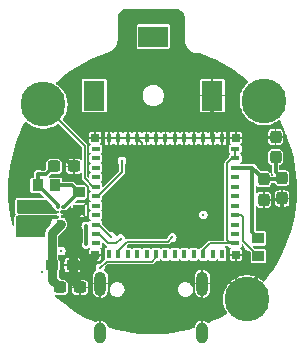
<source format=gbl>
%TF.GenerationSoftware,KiCad,Pcbnew,(7.0.0)*%
%TF.CreationDate,2023-11-19T11:36:42-08:00*%
%TF.ProjectId,Dot-LED,446f742d-4c45-4442-9e6b-696361645f70,rev?*%
%TF.SameCoordinates,Original*%
%TF.FileFunction,Copper,L4,Bot*%
%TF.FilePolarity,Positive*%
%FSLAX46Y46*%
G04 Gerber Fmt 4.6, Leading zero omitted, Abs format (unit mm)*
G04 Created by KiCad (PCBNEW (7.0.0)) date 2023-11-19 11:36:42*
%MOMM*%
%LPD*%
G01*
G04 APERTURE LIST*
G04 Aperture macros list*
%AMRoundRect*
0 Rectangle with rounded corners*
0 $1 Rounding radius*
0 $2 $3 $4 $5 $6 $7 $8 $9 X,Y pos of 4 corners*
0 Add a 4 corners polygon primitive as box body*
4,1,4,$2,$3,$4,$5,$6,$7,$8,$9,$2,$3,0*
0 Add four circle primitives for the rounded corners*
1,1,$1+$1,$2,$3*
1,1,$1+$1,$4,$5*
1,1,$1+$1,$6,$7*
1,1,$1+$1,$8,$9*
0 Add four rect primitives between the rounded corners*
20,1,$1+$1,$2,$3,$4,$5,0*
20,1,$1+$1,$4,$5,$6,$7,0*
20,1,$1+$1,$6,$7,$8,$9,0*
20,1,$1+$1,$8,$9,$2,$3,0*%
%AMFreePoly0*
4,1,6,0.725000,-0.725000,-0.125000,-0.725000,-0.725000,-0.125000,-0.725000,0.725000,0.725000,0.725000,0.725000,-0.725000,0.725000,-0.725000,$1*%
G04 Aperture macros list end*
%TA.AperFunction,SMDPad,CuDef*%
%ADD10R,1.000000X0.900000*%
%TD*%
%TA.AperFunction,SMDPad,CuDef*%
%ADD11R,0.900000X1.000000*%
%TD*%
%TA.AperFunction,ComponentPad*%
%ADD12O,1.000000X1.800000*%
%TD*%
%TA.AperFunction,ComponentPad*%
%ADD13O,1.000000X2.100000*%
%TD*%
%TA.AperFunction,SMDPad,CuDef*%
%ADD14R,2.200000X0.850000*%
%TD*%
%TA.AperFunction,SMDPad,CuDef*%
%ADD15C,0.200000*%
%TD*%
%TA.AperFunction,ComponentPad*%
%ADD16C,3.790000*%
%TD*%
%TA.AperFunction,ComponentPad*%
%ADD17R,2.500000X1.800000*%
%TD*%
%TA.AperFunction,ComponentPad*%
%ADD18R,1.800000X2.500000*%
%TD*%
%TA.AperFunction,SMDPad,CuDef*%
%ADD19RoundRect,0.237500X-0.237500X0.300000X-0.237500X-0.300000X0.237500X-0.300000X0.237500X0.300000X0*%
%TD*%
%TA.AperFunction,SMDPad,CuDef*%
%ADD20R,0.800000X0.400000*%
%TD*%
%TA.AperFunction,SMDPad,CuDef*%
%ADD21R,0.400000X0.800000*%
%TD*%
%TA.AperFunction,SMDPad,CuDef*%
%ADD22R,1.450000X1.450000*%
%TD*%
%TA.AperFunction,SMDPad,CuDef*%
%ADD23FreePoly0,180.000000*%
%TD*%
%TA.AperFunction,SMDPad,CuDef*%
%ADD24R,0.700000X0.700000*%
%TD*%
%TA.AperFunction,SMDPad,CuDef*%
%ADD25RoundRect,0.237500X-0.300000X-0.237500X0.300000X-0.237500X0.300000X0.237500X-0.300000X0.237500X0*%
%TD*%
%TA.AperFunction,SMDPad,CuDef*%
%ADD26RoundRect,0.237500X0.300000X0.237500X-0.300000X0.237500X-0.300000X-0.237500X0.300000X-0.237500X0*%
%TD*%
%TA.AperFunction,SMDPad,CuDef*%
%ADD27RoundRect,0.237500X0.237500X-0.300000X0.237500X0.300000X-0.237500X0.300000X-0.237500X-0.300000X0*%
%TD*%
%TA.AperFunction,ViaPad*%
%ADD28C,0.250000*%
%TD*%
%TA.AperFunction,Conductor*%
%ADD29C,0.150000*%
%TD*%
%TA.AperFunction,Conductor*%
%ADD30C,0.300000*%
%TD*%
%TA.AperFunction,Conductor*%
%ADD31C,0.800000*%
%TD*%
%TA.AperFunction,Conductor*%
%ADD32C,1.000000*%
%TD*%
%TA.AperFunction,Conductor*%
%ADD33C,0.200000*%
%TD*%
G04 APERTURE END LIST*
D10*
%TO.P,R7,1*%
%TO.N,Net-(IC1-FB)*%
X120749999Y-55999999D03*
%TO.P,R7,2*%
%TO.N,GND*%
X120749999Y-57499999D03*
%TD*%
D11*
%TO.P,R6,1*%
%TO.N,3V3_VCC*%
X117249999Y-55399999D03*
%TO.P,R6,2*%
%TO.N,Net-(IC1-FB)*%
X118749999Y-55399999D03*
%TD*%
D10*
%TO.P,R3,1*%
%TO.N,EN*%
X135949999Y-61399999D03*
%TO.P,R3,2*%
%TO.N,3V3_VCC*%
X135949999Y-59899999D03*
%TD*%
D12*
%TO.P,P1,S1,SHIELD*%
%TO.N,GND*%
X122559999Y-67899999D03*
D13*
X131199999Y-63719999D03*
D12*
X131199999Y-67899999D03*
D13*
X122559999Y-63719999D03*
%TD*%
D14*
%TO.P,L1,1*%
%TO.N,L1*%
X116749999Y-59174999D03*
%TO.P,L1,2*%
%TO.N,Net-(IC1-LX2)*%
X116749999Y-57124999D03*
%TD*%
D15*
%TO.P,IC1,A1,VIN*%
%TO.N,VIN*%
X118950000Y-58450000D03*
%TO.P,IC1,A2,EN*%
X119350000Y-58450000D03*
%TO.P,IC1,B1,LX1*%
%TO.N,L1*%
X118950000Y-58050000D03*
%TO.P,IC1,B2,MODE*%
%TO.N,GND*%
X119350000Y-58050000D03*
%TO.P,IC1,C1,LX2*%
%TO.N,Net-(IC1-LX2)*%
X118950000Y-57650000D03*
%TO.P,IC1,C2,GND*%
%TO.N,GND*%
X119350000Y-57650000D03*
%TO.P,IC1,D1,VOUT*%
%TO.N,3V3_VCC*%
X118950000Y-57250000D03*
%TO.P,IC1,D2,FB*%
%TO.N,Net-(IC1-FB)*%
X119350000Y-57250000D03*
%TD*%
D16*
%TO.P,RX1,1*%
%TO.N,RX_D7*%
X136400000Y-48250000D03*
%TD*%
D17*
%TO.P,CON1,1,S*%
%TO.N,5V*%
X127049999Y-42799999D03*
D18*
%TO.P,CON1,2,T*%
%TO.N,D5_out*%
X122049999Y-47799999D03*
%TO.P,CON1,3,R*%
%TO.N,GND*%
X132049999Y-47799999D03*
%TD*%
D16*
%TO.P,GND2,1*%
%TO.N,GND*%
X135000000Y-65050000D03*
%TD*%
%TO.P,TX1,1*%
%TO.N,TX_D6*%
X117750000Y-48550000D03*
%TD*%
D19*
%TO.P,C7,1*%
%TO.N,GND*%
X137400000Y-51287500D03*
%TO.P,C7,2*%
%TO.N,3V3_VCC*%
X137400000Y-53012500D03*
%TD*%
D20*
%TO.P,U1,1,GND*%
%TO.N,Net-(U1-GND-Pad1)*%
X133974999Y-52324999D03*
%TO.P,U1,2,GND*%
X133974999Y-53124999D03*
%TO.P,U1,3,3V3*%
%TO.N,3V3_VCC*%
X133974999Y-53924999D03*
%TO.P,U1,4,NC*%
%TO.N,unconnected-(U1-NC-Pad4)*%
X133974999Y-54724999D03*
%TO.P,U1,5,GPIO2/ADC1_CH2*%
%TO.N,D2*%
X133974999Y-55524999D03*
%TO.P,U1,6,GPIO3/ADC1_CH3*%
%TO.N,D3*%
X133974999Y-56324999D03*
%TO.P,U1,7,NC*%
%TO.N,unconnected-(U1-NC-Pad7)*%
X133974999Y-57124999D03*
%TO.P,U1,8,EN/CHIP_PU*%
%TO.N,EN*%
X133974999Y-57924999D03*
%TO.P,U1,9,NC*%
%TO.N,unconnected-(U1-NC-Pad9)*%
X133974999Y-58724999D03*
%TO.P,U1,10,NC*%
%TO.N,unconnected-(U1-NC-Pad10)*%
X133974999Y-59524999D03*
%TO.P,U1,11,GND*%
%TO.N,Net-(U1-GND-Pad1)*%
X133974999Y-60324999D03*
D21*
%TO.P,U1,12,GPIO0/ADC1_CH0/XTAL_32K_P*%
%TO.N,unconnected-(U1-GPIO0{slash}ADC1_CH0{slash}XTAL_32K_P-Pad12)*%
X132874999Y-61224999D03*
%TO.P,U1,13,GPIO1/ADC1_CH1/XTAL_32K_N*%
%TO.N,unconnected-(U1-GPIO1{slash}ADC1_CH1{slash}XTAL_32K_N-Pad13)*%
X132074999Y-61224999D03*
%TO.P,U1,14,GND*%
%TO.N,Net-(U1-GND-Pad1)*%
X131274999Y-61224999D03*
%TO.P,U1,15,NC*%
%TO.N,unconnected-(U1-NC-Pad15)*%
X130474999Y-61224999D03*
%TO.P,U1,16,GPIO10*%
%TO.N,unconnected-(U1-GPIO10-Pad16)*%
X129674999Y-61224999D03*
%TO.P,U1,17,NC*%
%TO.N,unconnected-(U1-NC-Pad17)*%
X128874999Y-61224999D03*
%TO.P,U1,18,GPIO4/ADC1_CH4*%
%TO.N,D4*%
X128074999Y-61224999D03*
%TO.P,U1,19,GPIO5/ADC2_CH0*%
%TO.N,D5*%
X127274999Y-61224999D03*
%TO.P,U1,20,GPIO6*%
%TO.N,unconnected-(U1-GPIO6-Pad20)*%
X126474999Y-61224999D03*
%TO.P,U1,21,GPIO7*%
%TO.N,unconnected-(U1-GPIO7-Pad21)*%
X125674999Y-61224999D03*
%TO.P,U1,22,GPIO8*%
%TO.N,D8*%
X124874999Y-61224999D03*
%TO.P,U1,23,GPIO9*%
%TO.N,D9*%
X124074999Y-61224999D03*
%TO.P,U1,24,NC*%
%TO.N,unconnected-(U1-NC-Pad24)*%
X123274999Y-61224999D03*
D20*
%TO.P,U1,25,NC*%
%TO.N,unconnected-(U1-NC-Pad25)*%
X122174999Y-60324999D03*
%TO.P,U1,26,GPIO18/USB_D-*%
%TO.N,/ESP32C3_MCU/ESP_DN*%
X122174999Y-59524999D03*
%TO.P,U1,27,GPIO19/USB_D+*%
%TO.N,/ESP32C3_MCU/ESP_DP*%
X122174999Y-58724999D03*
%TO.P,U1,28,NC*%
%TO.N,unconnected-(U1-NC-Pad28)*%
X122174999Y-57924999D03*
%TO.P,U1,29,NC*%
%TO.N,unconnected-(U1-NC-Pad29)*%
X122174999Y-57124999D03*
%TO.P,U1,30,GPIO20/U0RXD*%
%TO.N,Net-(U1-GPIO20{slash}U0RXD)*%
X122174999Y-56324999D03*
%TO.P,U1,31,GPIO21/U0TXD*%
%TO.N,TX_D6*%
X122174999Y-55524999D03*
%TO.P,U1,32,NC*%
%TO.N,unconnected-(U1-NC-Pad32)*%
X122174999Y-54724999D03*
%TO.P,U1,33,NC*%
%TO.N,unconnected-(U1-NC-Pad33)*%
X122174999Y-53924999D03*
%TO.P,U1,34,NC*%
%TO.N,unconnected-(U1-NC-Pad34)*%
X122174999Y-53124999D03*
%TO.P,U1,35,NC*%
%TO.N,unconnected-(U1-NC-Pad35)*%
X122174999Y-52324999D03*
D21*
%TO.P,U1,36,GND*%
%TO.N,GND*%
X123274999Y-51424999D03*
%TO.P,U1,37,GND*%
X124074999Y-51424999D03*
%TO.P,U1,38,GND*%
X124874999Y-51424999D03*
%TO.P,U1,39,GND*%
X125674999Y-51424999D03*
%TO.P,U1,40,GND*%
X126474999Y-51424999D03*
%TO.P,U1,41,GND*%
X127274999Y-51424999D03*
%TO.P,U1,42,GND*%
X128074999Y-51424999D03*
%TO.P,U1,43,GND*%
X128874999Y-51424999D03*
%TO.P,U1,44,GND*%
X129674999Y-51424999D03*
%TO.P,U1,45,GND*%
X130474999Y-51424999D03*
%TO.P,U1,46,GND*%
X131274999Y-51424999D03*
%TO.P,U1,47,GND*%
X132074999Y-51424999D03*
%TO.P,U1,48,GND*%
X132874999Y-51424999D03*
D22*
%TO.P,U1,49,GND*%
X130049999Y-58299999D03*
X130049999Y-56324999D03*
D23*
X130050000Y-54350000D03*
D22*
X128074999Y-58299999D03*
X128074999Y-56324999D03*
X128074999Y-54349999D03*
X126099999Y-58299999D03*
X126099999Y-56324999D03*
X126099999Y-54349999D03*
D24*
%TO.P,U1,50,GND*%
X122124999Y-51374999D03*
%TO.P,U1,51,GND*%
X122124999Y-61274999D03*
%TO.P,U1,52,GND*%
X134024999Y-61274999D03*
%TO.P,U1,53,GND*%
X134024999Y-51374999D03*
%TD*%
D25*
%TO.P,C14,1*%
%TO.N,3V3_VCC*%
X118637500Y-53800000D03*
%TO.P,C14,2*%
%TO.N,GND*%
X120362500Y-53800000D03*
%TD*%
D26*
%TO.P,C18,2*%
%TO.N,VIN*%
X118487500Y-62150000D03*
%TO.P,C18,1*%
%TO.N,GND*%
X120212500Y-62150000D03*
%TD*%
D27*
%TO.P,C6,1*%
%TO.N,GND*%
X137950000Y-56512500D03*
%TO.P,C6,2*%
%TO.N,3V3_VCC*%
X137950000Y-54787500D03*
%TD*%
D26*
%TO.P,C16,1*%
%TO.N,GND*%
X120862500Y-64050000D03*
%TO.P,C16,2*%
%TO.N,VIN*%
X119137500Y-64050000D03*
%TD*%
D19*
%TO.P,C15,1*%
%TO.N,3V3_VCC*%
X136400000Y-54887500D03*
%TO.P,C15,2*%
%TO.N,GND*%
X136400000Y-56612500D03*
%TD*%
D28*
%TO.N,D5*%
X122550000Y-62399500D03*
%TO.N,3V3_VCC*%
X117600000Y-62700000D03*
%TO.N,/ESP32C3_MCU/5V_DIN*%
X119250000Y-60950000D03*
%TO.N,GND*%
X130475000Y-53000000D03*
X135250000Y-51375000D03*
X122150000Y-62050000D03*
X127150000Y-59274500D03*
X119600000Y-53150000D03*
X130396420Y-57675500D03*
X122125000Y-51375000D03*
X137800000Y-58362500D03*
%TO.N,EN*%
X135143094Y-60605755D03*
%TO.N,D9*%
X128650000Y-59800000D03*
%TO.N,VIN*%
X118450000Y-60150000D03*
%TO.N,/ESP32C3_MCU/5V_DIN*%
X131274502Y-57900000D03*
%TO.N,/ESP32C3_MCU/ESP_DP*%
X123496043Y-59749500D03*
%TO.N,/ESP32C3_MCU/ESP_DN*%
X124290164Y-59910542D03*
%TO.N,3V3_VCC*%
X137400000Y-53012500D03*
X135437500Y-53925000D03*
X117300000Y-54450000D03*
%TO.N,5V*%
X121375498Y-60400000D03*
X121350000Y-58850000D03*
%TO.N,Net-(U1-GPIO20{slash}U0RXD)*%
X124400000Y-53350000D03*
%TD*%
D29*
%TO.N,D5*%
X123099500Y-61850000D02*
X126900000Y-61850000D01*
X122550000Y-62399500D02*
X123099500Y-61850000D01*
X126900000Y-61850000D02*
X127275000Y-61475000D01*
X127275000Y-61475000D02*
X127275000Y-61225000D01*
%TO.N,GND*%
X130050000Y-54350000D02*
X130475000Y-53925000D01*
X134025000Y-64030047D02*
X134800649Y-64805696D01*
X126100000Y-54350000D02*
X126100000Y-51850000D01*
X126100000Y-51850000D02*
X125675000Y-51425000D01*
X137312500Y-51375000D02*
X137400000Y-51287500D01*
D30*
X120362500Y-53800000D02*
X120250000Y-53800000D01*
X127150000Y-59225000D02*
X128075000Y-58300000D01*
D29*
X126100000Y-58300000D02*
X130050000Y-58300000D01*
D30*
X119750000Y-57700000D02*
X119350000Y-57700000D01*
D29*
X135250000Y-51375000D02*
X137312500Y-51375000D01*
D31*
X120212500Y-62150000D02*
X121250000Y-62150000D01*
X120212500Y-62150000D02*
X120212500Y-63400000D01*
D30*
X132050000Y-51400000D02*
X132075000Y-51425000D01*
D31*
X120212500Y-63400000D02*
X120862500Y-64050000D01*
D29*
X130475000Y-53000000D02*
X130475000Y-51425000D01*
D30*
X120750000Y-57500000D02*
X119950000Y-57500000D01*
D29*
X134025000Y-61275000D02*
X134025000Y-64030047D01*
D30*
X119950000Y-57500000D02*
X119750000Y-57700000D01*
D31*
X121250000Y-62150000D02*
X122125000Y-61275000D01*
D29*
X130050000Y-56325000D02*
X130050000Y-54350000D01*
X126100000Y-58300000D02*
X126100000Y-54350000D01*
X136400000Y-56612500D02*
X137850000Y-56612500D01*
X134025000Y-51375000D02*
X135250000Y-51375000D01*
X128075000Y-54350000D02*
X128075000Y-58300000D01*
X120450000Y-63750000D02*
X120450000Y-64062500D01*
X126100000Y-56325000D02*
X130050000Y-56325000D01*
D31*
X120212500Y-62150000D02*
X120212500Y-58037500D01*
D30*
X137950000Y-58212500D02*
X137800000Y-58362500D01*
D29*
X122150000Y-61300000D02*
X122125000Y-61275000D01*
X126100000Y-54350000D02*
X130050000Y-54350000D01*
X137850000Y-56612500D02*
X137950000Y-56512500D01*
X134801742Y-63898258D02*
X134801742Y-64804804D01*
D30*
X134890592Y-64098381D02*
X134890592Y-64922475D01*
D29*
X122125000Y-51375000D02*
X134025000Y-51375000D01*
X122150000Y-62050000D02*
X122150000Y-61300000D01*
X130475000Y-53925000D02*
X130475000Y-53000000D01*
D30*
X137950000Y-56512500D02*
X137950000Y-58212500D01*
D29*
X130050000Y-58300000D02*
X130050000Y-56325000D01*
X128075000Y-54350000D02*
X128075000Y-51425000D01*
D30*
X137800000Y-58362500D02*
X137800000Y-61188973D01*
X120250000Y-53800000D02*
X119600000Y-53150000D01*
D31*
X120212500Y-58037500D02*
X120750000Y-57500000D01*
D30*
X137800000Y-61188973D02*
X134890592Y-64098381D01*
D29*
X127150000Y-59274500D02*
X127150000Y-59225000D01*
D30*
X132050000Y-47800000D02*
X132050000Y-51400000D01*
D29*
%TO.N,EN*%
X134650000Y-60100000D02*
X134650000Y-58100000D01*
X134650000Y-58100000D02*
X134475000Y-57925000D01*
X134475000Y-57925000D02*
X133975000Y-57925000D01*
X135950000Y-61400000D02*
X134650000Y-60100000D01*
%TO.N,D9*%
X124857273Y-60155900D02*
X124075000Y-60938173D01*
X128650000Y-59800000D02*
X128294100Y-60155900D01*
X128294100Y-60155900D02*
X124857273Y-60155900D01*
X124075000Y-60938173D02*
X124075000Y-61225000D01*
D31*
%TO.N,VIN*%
X118450000Y-60150000D02*
X118450000Y-62112500D01*
X118487500Y-62150000D02*
X118487500Y-63400000D01*
D32*
X118450000Y-62044885D02*
X118487500Y-62082385D01*
D31*
X118450000Y-60150000D02*
X118450000Y-59450000D01*
X118450000Y-62112500D02*
X118487500Y-62150000D01*
D33*
X118950000Y-58450000D02*
X119350000Y-58450000D01*
D31*
X118487500Y-63400000D02*
X119137500Y-64050000D01*
X118450000Y-59450000D02*
X119200000Y-58700000D01*
D29*
%TO.N,D5*%
X127275000Y-60875000D02*
X127275000Y-61225000D01*
%TO.N,TX_D6*%
X121975000Y-55525000D02*
X121250000Y-54800000D01*
X121250000Y-52050000D02*
X117750000Y-48550000D01*
X121250000Y-54800000D02*
X121250000Y-52050000D01*
X122175000Y-55525000D02*
X121975000Y-55525000D01*
%TO.N,/ESP32C3_MCU/ESP_DP*%
X122175000Y-58725000D02*
X122471543Y-58725000D01*
X122471543Y-58725000D02*
X123496043Y-59749500D01*
%TO.N,/ESP32C3_MCU/ESP_DN*%
X122425000Y-59525000D02*
X122175000Y-59525000D01*
X123876206Y-60324500D02*
X123224500Y-60324500D01*
X123224500Y-60324500D02*
X122425000Y-59525000D01*
X124290164Y-59910542D02*
X123876206Y-60324500D01*
%TO.N,3V3_VCC*%
X137400000Y-53012500D02*
X137337500Y-52950000D01*
D30*
X136400000Y-54887500D02*
X137850000Y-54887500D01*
X137400000Y-53012500D02*
X137400000Y-54237500D01*
X135437500Y-53925000D02*
X136400000Y-54887500D01*
X135950000Y-59900000D02*
X135437500Y-59387500D01*
X118950000Y-57100000D02*
X117250000Y-55400000D01*
X137850000Y-54887500D02*
X137950000Y-54787500D01*
X135437500Y-59387500D02*
X135437500Y-53925000D01*
X135437500Y-53925000D02*
X133975000Y-53925000D01*
X117300000Y-54450000D02*
X117250000Y-54500000D01*
X118950000Y-57250000D02*
X118950000Y-57100000D01*
X117987500Y-54450000D02*
X118637500Y-53800000D01*
X117250000Y-54500000D02*
X117250000Y-55400000D01*
X137400000Y-54237500D02*
X137950000Y-54787500D01*
X117300000Y-54450000D02*
X117987500Y-54450000D01*
D33*
%TO.N,L1*%
X118950000Y-58050000D02*
X117875000Y-58050000D01*
X117875000Y-58050000D02*
X116750000Y-59175000D01*
%TO.N,Net-(IC1-LX2)*%
X117275000Y-57650000D02*
X116750000Y-57125000D01*
X118950000Y-57650000D02*
X117275000Y-57650000D01*
D30*
%TO.N,Net-(IC1-FB)*%
X119500000Y-57250000D02*
X119400000Y-57250000D01*
X118750000Y-55400000D02*
X120150000Y-55400000D01*
X120750000Y-56000000D02*
X119500000Y-57250000D01*
X120150000Y-55400000D02*
X120750000Y-56000000D01*
%TO.N,5V*%
X121375498Y-60400000D02*
X121375498Y-58875498D01*
X121375498Y-58875498D02*
X121350000Y-58850000D01*
D29*
%TO.N,Net-(U1-GPIO20{slash}U0RXD)*%
X122375000Y-56325000D02*
X124400000Y-54300000D01*
X122175000Y-56325000D02*
X122375000Y-56325000D01*
X124400000Y-54300000D02*
X124400000Y-53350000D01*
%TO.N,Net-(U1-GND-Pad1)*%
X133975000Y-60325000D02*
X131825000Y-60325000D01*
X133975000Y-53125000D02*
X133975000Y-52325000D01*
X131275000Y-60875000D02*
X131275000Y-61225000D01*
X133300000Y-60000000D02*
X133300000Y-53550000D01*
X133725000Y-53125000D02*
X133975000Y-53125000D01*
X133975000Y-60325000D02*
X133625000Y-60325000D01*
X131825000Y-60325000D02*
X131275000Y-60875000D01*
X133300000Y-53550000D02*
X133725000Y-53125000D01*
X133625000Y-60325000D02*
X133300000Y-60000000D01*
%TD*%
%TA.AperFunction,Conductor*%
%TO.N,GND*%
G36*
X124913014Y-40439970D02*
G01*
X124915700Y-40440590D01*
X124924933Y-40440611D01*
X124932104Y-40440977D01*
X124958509Y-40443618D01*
X124965494Y-40441509D01*
X124969899Y-40441082D01*
X124977210Y-40440736D01*
X129024331Y-40450439D01*
X129039842Y-40452121D01*
X129162199Y-40478670D01*
X129174953Y-40482672D01*
X129298026Y-40533928D01*
X129309849Y-40540160D01*
X129421674Y-40612719D01*
X129432189Y-40620982D01*
X129529129Y-40712483D01*
X129537984Y-40722503D01*
X129616879Y-40829961D01*
X129623787Y-40841411D01*
X129682049Y-40961303D01*
X129686784Y-40973810D01*
X129722520Y-41102238D01*
X129724926Y-41115392D01*
X129736086Y-41238467D01*
X129736386Y-41245623D01*
X129725402Y-42964143D01*
X129725373Y-42964423D01*
X129725145Y-42964978D01*
X129725145Y-42966685D01*
X129725145Y-42966686D01*
X129725145Y-43004274D01*
X129725144Y-43004676D01*
X129721840Y-43004667D01*
X129721849Y-43004868D01*
X129725063Y-43004866D01*
X129725071Y-43015538D01*
X129725070Y-43016055D01*
X129725007Y-43026153D01*
X129723467Y-43026143D01*
X129723408Y-43026498D01*
X129725082Y-43026497D01*
X129725153Y-43105777D01*
X129725664Y-43108810D01*
X129725665Y-43108815D01*
X129758204Y-43301739D01*
X129758206Y-43301749D01*
X129758721Y-43304799D01*
X129759738Y-43307728D01*
X129818324Y-43476489D01*
X129824914Y-43495470D01*
X129826398Y-43498180D01*
X129826400Y-43498183D01*
X129899078Y-43630847D01*
X129921887Y-43672481D01*
X130046943Y-43830905D01*
X130196598Y-43966330D01*
X130366687Y-44074988D01*
X130552475Y-44153852D01*
X130748790Y-44200728D01*
X130950166Y-44214311D01*
X130953229Y-44214007D01*
X130953236Y-44214007D01*
X130987033Y-44210654D01*
X131020293Y-44214993D01*
X131614903Y-44437715D01*
X131618777Y-44439293D01*
X131745202Y-44495027D01*
X132251228Y-44718108D01*
X132255025Y-44719912D01*
X132870627Y-45034199D01*
X132874316Y-45036217D01*
X133471063Y-45384953D01*
X133474631Y-45387177D01*
X134024537Y-45751948D01*
X134050585Y-45769226D01*
X134054017Y-45771645D01*
X134582433Y-46167144D01*
X134607386Y-46185820D01*
X134610673Y-46188429D01*
X134675076Y-46242603D01*
X135074247Y-46578372D01*
X135097626Y-46614195D01*
X135097276Y-46656970D01*
X135073313Y-46692404D01*
X135002531Y-46749990D01*
X135002525Y-46749995D01*
X135000575Y-46751582D01*
X134998859Y-46753418D01*
X134998855Y-46753423D01*
X134811300Y-46954245D01*
X134811293Y-46954252D01*
X134809575Y-46956093D01*
X134808120Y-46958152D01*
X134808116Y-46958159D01*
X134649655Y-47182647D01*
X134648201Y-47184707D01*
X134647048Y-47186931D01*
X134647042Y-47186942D01*
X134520620Y-47430926D01*
X134520616Y-47430934D01*
X134519460Y-47433166D01*
X134518615Y-47435542D01*
X134518613Y-47435548D01*
X134426599Y-47694449D01*
X134426594Y-47694463D01*
X134425750Y-47696841D01*
X134425236Y-47699309D01*
X134425233Y-47699324D01*
X134369330Y-47968342D01*
X134369328Y-47968355D01*
X134368816Y-47970820D01*
X134368643Y-47973342D01*
X134368643Y-47973346D01*
X134361119Y-48083347D01*
X134349720Y-48250000D01*
X134368816Y-48529180D01*
X134369328Y-48531646D01*
X134369330Y-48531657D01*
X134425233Y-48800675D01*
X134425236Y-48800686D01*
X134425750Y-48803159D01*
X134426596Y-48805539D01*
X134426599Y-48805550D01*
X134518613Y-49064451D01*
X134519460Y-49066834D01*
X134520619Y-49069071D01*
X134520620Y-49069073D01*
X134588460Y-49199999D01*
X134648201Y-49315293D01*
X134809575Y-49543907D01*
X135000575Y-49748418D01*
X135002525Y-49750005D01*
X135002530Y-49750009D01*
X135155992Y-49874859D01*
X135217644Y-49925017D01*
X135456738Y-50070413D01*
X135713403Y-50181899D01*
X135715831Y-50182579D01*
X135715833Y-50182580D01*
X135739521Y-50189217D01*
X135982858Y-50257397D01*
X136260084Y-50295500D01*
X136537383Y-50295500D01*
X136539916Y-50295500D01*
X136817142Y-50257397D01*
X137086597Y-50181899D01*
X137343262Y-50070413D01*
X137582356Y-49925017D01*
X137629676Y-49886518D01*
X137669751Y-49870220D01*
X137712094Y-49879115D01*
X137742225Y-49910167D01*
X138044560Y-50499970D01*
X138046370Y-50503763D01*
X138313899Y-51107936D01*
X138326212Y-51135741D01*
X138327801Y-51139622D01*
X138387398Y-51297940D01*
X138571315Y-51786516D01*
X138572683Y-51790491D01*
X138779049Y-52450124D01*
X138780190Y-52454171D01*
X138948760Y-53124461D01*
X138949670Y-53128566D01*
X139079905Y-53807385D01*
X139080579Y-53811535D01*
X139172047Y-54496617D01*
X139172485Y-54500799D01*
X139224896Y-55189979D01*
X139225096Y-55194178D01*
X139238283Y-55885248D01*
X139238243Y-55889453D01*
X139212159Y-56580123D01*
X139211881Y-56584318D01*
X139146614Y-57272389D01*
X139146099Y-57276562D01*
X139041854Y-57959847D01*
X139041102Y-57963983D01*
X138898222Y-58640228D01*
X138897236Y-58644316D01*
X138716179Y-59311352D01*
X138714963Y-59315376D01*
X138496316Y-59971053D01*
X138494873Y-59975003D01*
X138239334Y-60617216D01*
X138237669Y-60621076D01*
X137946083Y-61247709D01*
X137944202Y-61251470D01*
X137617478Y-61860565D01*
X137615386Y-61864212D01*
X137254601Y-62453760D01*
X137252305Y-62457282D01*
X136858627Y-63025377D01*
X136856135Y-63028763D01*
X136475289Y-63516628D01*
X136444246Y-63539878D01*
X136405706Y-63544233D01*
X136370257Y-63528496D01*
X136184024Y-63376984D01*
X136179905Y-63374077D01*
X135945187Y-63231343D01*
X135940721Y-63229028D01*
X135688741Y-63119577D01*
X135683998Y-63117892D01*
X135419469Y-63043774D01*
X135414540Y-63042750D01*
X135142389Y-63005344D01*
X135137349Y-63005000D01*
X134862651Y-63005000D01*
X134857610Y-63005344D01*
X134585459Y-63042750D01*
X134580530Y-63043774D01*
X134316001Y-63117892D01*
X134311258Y-63119577D01*
X134059278Y-63229028D01*
X134054812Y-63231343D01*
X133820086Y-63374082D01*
X133815978Y-63376982D01*
X133612885Y-63542210D01*
X133608194Y-63548936D01*
X133612173Y-63556107D01*
X134992241Y-64936175D01*
X135011687Y-64970479D01*
X135010753Y-65009900D01*
X134989706Y-65043245D01*
X134988225Y-65044592D01*
X134955321Y-65061895D01*
X134918156Y-65061015D01*
X134886108Y-65042174D01*
X133508940Y-63665006D01*
X133501953Y-63661025D01*
X133495106Y-63665242D01*
X133411688Y-63754561D01*
X133408504Y-63758475D01*
X133250083Y-63982907D01*
X133247470Y-63987203D01*
X133121080Y-64231126D01*
X133119073Y-64235748D01*
X133027081Y-64494584D01*
X133025715Y-64499459D01*
X132969827Y-64768410D01*
X132969140Y-64773414D01*
X132950394Y-65047471D01*
X132950394Y-65052529D01*
X132969140Y-65326585D01*
X132969827Y-65331589D01*
X133025715Y-65600540D01*
X133027081Y-65605415D01*
X133119073Y-65864251D01*
X133121080Y-65868873D01*
X133247470Y-66112796D01*
X133250083Y-66117092D01*
X133292588Y-66177309D01*
X133306015Y-66215824D01*
X133296996Y-66255602D01*
X133268270Y-66284559D01*
X132672845Y-66617769D01*
X132669119Y-66619717D01*
X132047779Y-66922448D01*
X132043948Y-66924182D01*
X131739795Y-67051538D01*
X131700353Y-67056479D01*
X131664045Y-67040298D01*
X131554644Y-66949794D01*
X131546840Y-66944841D01*
X131406666Y-66878880D01*
X131397886Y-66876028D01*
X131285735Y-66854633D01*
X131277417Y-66855508D01*
X131275000Y-66863515D01*
X131275000Y-67185375D01*
X131261420Y-67228100D01*
X131225663Y-67255144D01*
X131223663Y-67255851D01*
X131177339Y-67256841D01*
X131139507Y-67230088D01*
X131125000Y-67186082D01*
X131125000Y-66863571D01*
X131122818Y-66855757D01*
X131114882Y-66854070D01*
X131081880Y-66856146D01*
X131072805Y-66857877D01*
X130925473Y-66905748D01*
X130917111Y-66909683D01*
X130786312Y-66992691D01*
X130779194Y-66998579D01*
X130673143Y-67111512D01*
X130667720Y-67118977D01*
X130593082Y-67254741D01*
X130589684Y-67263324D01*
X130551157Y-67413379D01*
X130550000Y-67422538D01*
X130550000Y-67425917D01*
X130535180Y-67470344D01*
X130496657Y-67496974D01*
X130140557Y-67600490D01*
X130083099Y-67617193D01*
X130079030Y-67618251D01*
X129405457Y-67773174D01*
X129401335Y-67774000D01*
X128720024Y-67890424D01*
X128715861Y-67891014D01*
X128029056Y-67968552D01*
X128024866Y-67968905D01*
X127334752Y-68007313D01*
X127330549Y-68007427D01*
X126639373Y-68006578D01*
X126635170Y-68006453D01*
X125945167Y-67966351D01*
X125940979Y-67965988D01*
X125254369Y-67886762D01*
X125250207Y-67886162D01*
X124569181Y-67768064D01*
X124565061Y-67767228D01*
X123891872Y-67610649D01*
X123887805Y-67609581D01*
X123250165Y-67422523D01*
X123214662Y-67399500D01*
X123197579Y-67360787D01*
X123195166Y-67341682D01*
X123192869Y-67332739D01*
X123135840Y-67188702D01*
X123131388Y-67180603D01*
X123040332Y-67055275D01*
X123034006Y-67048539D01*
X122914644Y-66949794D01*
X122906840Y-66944841D01*
X122766666Y-66878880D01*
X122757886Y-66876028D01*
X122645735Y-66854633D01*
X122637417Y-66855508D01*
X122635000Y-66863515D01*
X122635000Y-67098052D01*
X122619615Y-67143222D01*
X122579857Y-67169609D01*
X122532258Y-67166242D01*
X122530256Y-67165397D01*
X122497344Y-67138130D01*
X122485000Y-67097209D01*
X122485000Y-66863571D01*
X122482818Y-66855757D01*
X122474882Y-66854070D01*
X122441880Y-66856146D01*
X122432805Y-66857877D01*
X122285473Y-66905748D01*
X122277117Y-66909681D01*
X122168767Y-66978441D01*
X122135269Y-66989704D01*
X122100367Y-66984147D01*
X121928662Y-66911753D01*
X121924836Y-66910010D01*
X121304242Y-66605754D01*
X121300521Y-66603797D01*
X120698190Y-66264776D01*
X120694586Y-66262610D01*
X120112504Y-65889941D01*
X120109029Y-65887575D01*
X119549032Y-65482434D01*
X119545696Y-65479873D01*
X119009624Y-65043590D01*
X119006440Y-65040845D01*
X118746258Y-64803296D01*
X118723792Y-64764133D01*
X118728265Y-64719203D01*
X118758012Y-64685236D01*
X118801960Y-64674877D01*
X118804090Y-64675044D01*
X118806967Y-64675500D01*
X119468032Y-64675499D01*
X119558893Y-64661109D01*
X119668403Y-64605311D01*
X119755311Y-64518403D01*
X119811109Y-64408893D01*
X119825500Y-64318033D01*
X119825500Y-64315087D01*
X120175000Y-64315087D01*
X120175454Y-64320868D01*
X120188460Y-64402983D01*
X120192016Y-64413926D01*
X120242455Y-64512919D01*
X120249214Y-64522222D01*
X120327777Y-64600785D01*
X120337080Y-64607544D01*
X120436073Y-64657983D01*
X120447016Y-64661539D01*
X120529131Y-64674545D01*
X120534913Y-64675000D01*
X120777757Y-64675000D01*
X120785440Y-64672940D01*
X120787500Y-64665257D01*
X120937500Y-64665257D01*
X120939559Y-64672940D01*
X120947243Y-64675000D01*
X121190087Y-64675000D01*
X121195868Y-64674545D01*
X121277983Y-64661539D01*
X121288926Y-64657983D01*
X121387919Y-64607544D01*
X121397222Y-64600785D01*
X121475785Y-64522222D01*
X121482544Y-64512919D01*
X121532983Y-64413926D01*
X121536539Y-64402983D01*
X121549545Y-64320868D01*
X121550000Y-64315087D01*
X121550000Y-64308563D01*
X121910000Y-64308563D01*
X121910292Y-64313210D01*
X121924833Y-64428312D01*
X121927131Y-64437263D01*
X121984159Y-64581297D01*
X121988611Y-64589396D01*
X122079667Y-64714724D01*
X122085993Y-64721460D01*
X122205355Y-64820205D01*
X122213159Y-64825158D01*
X122353333Y-64891119D01*
X122362113Y-64893971D01*
X122474264Y-64915366D01*
X122482582Y-64914491D01*
X122485000Y-64906485D01*
X122485000Y-64906429D01*
X122635000Y-64906429D01*
X122637181Y-64914242D01*
X122645117Y-64915929D01*
X122678119Y-64913853D01*
X122687194Y-64912122D01*
X122834526Y-64864251D01*
X122842888Y-64860316D01*
X122973687Y-64777308D01*
X122980805Y-64771420D01*
X123086856Y-64658487D01*
X123092279Y-64651022D01*
X123166917Y-64515258D01*
X123170315Y-64506675D01*
X123208842Y-64356620D01*
X123210000Y-64347462D01*
X123210000Y-64180412D01*
X123360773Y-64180412D01*
X123361065Y-64185056D01*
X123361065Y-64185059D01*
X123370403Y-64333493D01*
X123370404Y-64333499D01*
X123370696Y-64338138D01*
X123372134Y-64342563D01*
X123418095Y-64484017D01*
X123418096Y-64484020D01*
X123419533Y-64488441D01*
X123426525Y-64499459D01*
X123501718Y-64617945D01*
X123501720Y-64617948D01*
X123504214Y-64621877D01*
X123619418Y-64730062D01*
X123623495Y-64732303D01*
X123623496Y-64732304D01*
X123753831Y-64803956D01*
X123753833Y-64803956D01*
X123757908Y-64806197D01*
X123910981Y-64845500D01*
X124027029Y-64845500D01*
X124029350Y-64845500D01*
X124146792Y-64830664D01*
X124293732Y-64772486D01*
X124421587Y-64679594D01*
X124522324Y-64557823D01*
X124589614Y-64414826D01*
X124619227Y-64259588D01*
X124614246Y-64180412D01*
X129140773Y-64180412D01*
X129141065Y-64185056D01*
X129141065Y-64185059D01*
X129150403Y-64333493D01*
X129150404Y-64333499D01*
X129150696Y-64338138D01*
X129152134Y-64342563D01*
X129198095Y-64484017D01*
X129198096Y-64484020D01*
X129199533Y-64488441D01*
X129206525Y-64499459D01*
X129281718Y-64617945D01*
X129281720Y-64617948D01*
X129284214Y-64621877D01*
X129399418Y-64730062D01*
X129403495Y-64732303D01*
X129403496Y-64732304D01*
X129533831Y-64803956D01*
X129533833Y-64803956D01*
X129537908Y-64806197D01*
X129690981Y-64845500D01*
X129807029Y-64845500D01*
X129809350Y-64845500D01*
X129926792Y-64830664D01*
X130073732Y-64772486D01*
X130201587Y-64679594D01*
X130302324Y-64557823D01*
X130369614Y-64414826D01*
X130389885Y-64308563D01*
X130550000Y-64308563D01*
X130550292Y-64313210D01*
X130564833Y-64428312D01*
X130567131Y-64437263D01*
X130624159Y-64581297D01*
X130628611Y-64589396D01*
X130719667Y-64714724D01*
X130725993Y-64721460D01*
X130845355Y-64820205D01*
X130853159Y-64825158D01*
X130993333Y-64891119D01*
X131002113Y-64893971D01*
X131114264Y-64915366D01*
X131122582Y-64914491D01*
X131125000Y-64906485D01*
X131125000Y-64906429D01*
X131275000Y-64906429D01*
X131277181Y-64914242D01*
X131285117Y-64915929D01*
X131318119Y-64913853D01*
X131327194Y-64912122D01*
X131474526Y-64864251D01*
X131482888Y-64860316D01*
X131613687Y-64777308D01*
X131620805Y-64771420D01*
X131726856Y-64658487D01*
X131732279Y-64651022D01*
X131806917Y-64515258D01*
X131810315Y-64506675D01*
X131848842Y-64356620D01*
X131850000Y-64347462D01*
X131850000Y-63804743D01*
X131847940Y-63797059D01*
X131840257Y-63795000D01*
X131284743Y-63795000D01*
X131277059Y-63797059D01*
X131275000Y-63804743D01*
X131275000Y-64906429D01*
X131125000Y-64906429D01*
X131125000Y-63804743D01*
X131122940Y-63797059D01*
X131115257Y-63795000D01*
X130559743Y-63795000D01*
X130552059Y-63797059D01*
X130550000Y-63804743D01*
X130550000Y-64308563D01*
X130389885Y-64308563D01*
X130399227Y-64259588D01*
X130389304Y-64101862D01*
X130340467Y-63951559D01*
X130255786Y-63818123D01*
X130188100Y-63754561D01*
X130143976Y-63713125D01*
X130143974Y-63713124D01*
X130140582Y-63709938D01*
X130136506Y-63707697D01*
X130136503Y-63707695D01*
X130006168Y-63636043D01*
X130006162Y-63636040D01*
X130004737Y-63635257D01*
X130550000Y-63635257D01*
X130552059Y-63642940D01*
X130559743Y-63645000D01*
X131115257Y-63645000D01*
X131122940Y-63642940D01*
X131125000Y-63635257D01*
X131275000Y-63635257D01*
X131277059Y-63642940D01*
X131284743Y-63645000D01*
X131840257Y-63645000D01*
X131847940Y-63642940D01*
X131850000Y-63635257D01*
X131850000Y-63131437D01*
X131849707Y-63126789D01*
X131835166Y-63011687D01*
X131832868Y-63002736D01*
X131775840Y-62858702D01*
X131771388Y-62850603D01*
X131680332Y-62725275D01*
X131674006Y-62718539D01*
X131554644Y-62619794D01*
X131546840Y-62614841D01*
X131406666Y-62548880D01*
X131397886Y-62546028D01*
X131285735Y-62524633D01*
X131277417Y-62525508D01*
X131275000Y-62533515D01*
X131275000Y-63635257D01*
X131125000Y-63635257D01*
X131125000Y-62533571D01*
X131122818Y-62525757D01*
X131114882Y-62524070D01*
X131081880Y-62526146D01*
X131072805Y-62527877D01*
X130925473Y-62575748D01*
X130917111Y-62579683D01*
X130786312Y-62662691D01*
X130779194Y-62668579D01*
X130673143Y-62781512D01*
X130667720Y-62788977D01*
X130593082Y-62924741D01*
X130589684Y-62933324D01*
X130551157Y-63083379D01*
X130550000Y-63092538D01*
X130550000Y-63635257D01*
X130004737Y-63635257D01*
X130002092Y-63633803D01*
X129997587Y-63632646D01*
X129997584Y-63632645D01*
X129853525Y-63595657D01*
X129849019Y-63594500D01*
X129730650Y-63594500D01*
X129728357Y-63594789D01*
X129728351Y-63594790D01*
X129617822Y-63608753D01*
X129617820Y-63608753D01*
X129613208Y-63609336D01*
X129608884Y-63611047D01*
X129608880Y-63611049D01*
X129470599Y-63665799D01*
X129470597Y-63665799D01*
X129466268Y-63667514D01*
X129462506Y-63670246D01*
X129462499Y-63670251D01*
X129342180Y-63757668D01*
X129342174Y-63757672D01*
X129338413Y-63760406D01*
X129335447Y-63763990D01*
X129335444Y-63763994D01*
X129240645Y-63878587D01*
X129240642Y-63878591D01*
X129237676Y-63882177D01*
X129235695Y-63886384D01*
X129235692Y-63886391D01*
X129172366Y-64020964D01*
X129172363Y-64020971D01*
X129170386Y-64025174D01*
X129169514Y-64029742D01*
X129169514Y-64029744D01*
X129141645Y-64175836D01*
X129141644Y-64175843D01*
X129140773Y-64180412D01*
X124614246Y-64180412D01*
X124609304Y-64101862D01*
X124560467Y-63951559D01*
X124475786Y-63818123D01*
X124408100Y-63754561D01*
X124363976Y-63713125D01*
X124363974Y-63713124D01*
X124360582Y-63709938D01*
X124356506Y-63707697D01*
X124356503Y-63707695D01*
X124226168Y-63636043D01*
X124226162Y-63636040D01*
X124222092Y-63633803D01*
X124217587Y-63632646D01*
X124217584Y-63632645D01*
X124073525Y-63595657D01*
X124069019Y-63594500D01*
X123950650Y-63594500D01*
X123948357Y-63594789D01*
X123948351Y-63594790D01*
X123837822Y-63608753D01*
X123837820Y-63608753D01*
X123833208Y-63609336D01*
X123828884Y-63611047D01*
X123828880Y-63611049D01*
X123690599Y-63665799D01*
X123690597Y-63665799D01*
X123686268Y-63667514D01*
X123682506Y-63670246D01*
X123682499Y-63670251D01*
X123562180Y-63757668D01*
X123562174Y-63757672D01*
X123558413Y-63760406D01*
X123555447Y-63763990D01*
X123555444Y-63763994D01*
X123460645Y-63878587D01*
X123460642Y-63878591D01*
X123457676Y-63882177D01*
X123455695Y-63886384D01*
X123455692Y-63886391D01*
X123392366Y-64020964D01*
X123392363Y-64020971D01*
X123390386Y-64025174D01*
X123389514Y-64029742D01*
X123389514Y-64029744D01*
X123361645Y-64175836D01*
X123361644Y-64175843D01*
X123360773Y-64180412D01*
X123210000Y-64180412D01*
X123210000Y-63804743D01*
X123207940Y-63797059D01*
X123200257Y-63795000D01*
X122644743Y-63795000D01*
X122637059Y-63797059D01*
X122635000Y-63804743D01*
X122635000Y-64906429D01*
X122485000Y-64906429D01*
X122485000Y-63804743D01*
X122482940Y-63797059D01*
X122475257Y-63795000D01*
X121919743Y-63795000D01*
X121912059Y-63797059D01*
X121910000Y-63804743D01*
X121910000Y-64308563D01*
X121550000Y-64308563D01*
X121550000Y-64134743D01*
X121547940Y-64127059D01*
X121540257Y-64125000D01*
X120947243Y-64125000D01*
X120939559Y-64127059D01*
X120937500Y-64134743D01*
X120937500Y-64665257D01*
X120787500Y-64665257D01*
X120787500Y-64134743D01*
X120785440Y-64127059D01*
X120777757Y-64125000D01*
X120184743Y-64125000D01*
X120177059Y-64127059D01*
X120175000Y-64134743D01*
X120175000Y-64315087D01*
X119825500Y-64315087D01*
X119825499Y-63965257D01*
X120175000Y-63965257D01*
X120177059Y-63972940D01*
X120184743Y-63975000D01*
X120777757Y-63975000D01*
X120785440Y-63972940D01*
X120787500Y-63965257D01*
X120937500Y-63965257D01*
X120939559Y-63972940D01*
X120947243Y-63975000D01*
X121540257Y-63975000D01*
X121547940Y-63972940D01*
X121550000Y-63965257D01*
X121550000Y-63784913D01*
X121549545Y-63779131D01*
X121536539Y-63697016D01*
X121532983Y-63686073D01*
X121482544Y-63587080D01*
X121475785Y-63577777D01*
X121397222Y-63499214D01*
X121387919Y-63492455D01*
X121288926Y-63442016D01*
X121277983Y-63438460D01*
X121195868Y-63425454D01*
X121190087Y-63425000D01*
X120947243Y-63425000D01*
X120939559Y-63427059D01*
X120937500Y-63434743D01*
X120937500Y-63965257D01*
X120787500Y-63965257D01*
X120787500Y-63434743D01*
X120785440Y-63427059D01*
X120777757Y-63425000D01*
X120534913Y-63425000D01*
X120529131Y-63425454D01*
X120447016Y-63438460D01*
X120436073Y-63442016D01*
X120337080Y-63492455D01*
X120327777Y-63499214D01*
X120249214Y-63577777D01*
X120242455Y-63587080D01*
X120192016Y-63686073D01*
X120188460Y-63697016D01*
X120175454Y-63779131D01*
X120175000Y-63784913D01*
X120175000Y-63965257D01*
X119825499Y-63965257D01*
X119825499Y-63781968D01*
X119811109Y-63691107D01*
X119755311Y-63581597D01*
X119668403Y-63494689D01*
X119558893Y-63438891D01*
X119553140Y-63437979D01*
X119553138Y-63437979D01*
X119470905Y-63424954D01*
X119470893Y-63424953D01*
X119468033Y-63424500D01*
X119465124Y-63424500D01*
X119321177Y-63424500D01*
X119292858Y-63418867D01*
X119268851Y-63402826D01*
X119059674Y-63193649D01*
X119043633Y-63169642D01*
X119038000Y-63141323D01*
X119038000Y-62716366D01*
X119043633Y-62688047D01*
X119059674Y-62664040D01*
X119061023Y-62662691D01*
X119105311Y-62618403D01*
X119161109Y-62508893D01*
X119175500Y-62418033D01*
X119175500Y-62415087D01*
X119525000Y-62415087D01*
X119525454Y-62420868D01*
X119538460Y-62502983D01*
X119542016Y-62513926D01*
X119592455Y-62612919D01*
X119599214Y-62622222D01*
X119677777Y-62700785D01*
X119687080Y-62707544D01*
X119786073Y-62757983D01*
X119797016Y-62761539D01*
X119879131Y-62774545D01*
X119884913Y-62775000D01*
X120127757Y-62775000D01*
X120135440Y-62772940D01*
X120137500Y-62765257D01*
X120287500Y-62765257D01*
X120289559Y-62772940D01*
X120297243Y-62775000D01*
X120540087Y-62775000D01*
X120545868Y-62774545D01*
X120627983Y-62761539D01*
X120638926Y-62757983D01*
X120737919Y-62707544D01*
X120747222Y-62700785D01*
X120825785Y-62622222D01*
X120832544Y-62612919D01*
X120882983Y-62513926D01*
X120886539Y-62502983D01*
X120899545Y-62420868D01*
X120900000Y-62415087D01*
X120900000Y-62234743D01*
X120897940Y-62227059D01*
X120890257Y-62225000D01*
X120297243Y-62225000D01*
X120289559Y-62227059D01*
X120287500Y-62234743D01*
X120287500Y-62765257D01*
X120137500Y-62765257D01*
X120137500Y-62234743D01*
X120135440Y-62227059D01*
X120127757Y-62225000D01*
X119534743Y-62225000D01*
X119527059Y-62227059D01*
X119525000Y-62234743D01*
X119525000Y-62415087D01*
X119175500Y-62415087D01*
X119175499Y-62065257D01*
X119525000Y-62065257D01*
X119527059Y-62072940D01*
X119534743Y-62075000D01*
X120127757Y-62075000D01*
X120135440Y-62072940D01*
X120137500Y-62065257D01*
X120287500Y-62065257D01*
X120289559Y-62072940D01*
X120297243Y-62075000D01*
X120890257Y-62075000D01*
X120897940Y-62072940D01*
X120900000Y-62065257D01*
X120900000Y-61884913D01*
X120899545Y-61879131D01*
X120886539Y-61797016D01*
X120882983Y-61786073D01*
X120832544Y-61687080D01*
X120825785Y-61677777D01*
X120784141Y-61636133D01*
X121625001Y-61636133D01*
X121625711Y-61643347D01*
X121632281Y-61676377D01*
X121637752Y-61689586D01*
X121662806Y-61727083D01*
X121672916Y-61737193D01*
X121710414Y-61762248D01*
X121723619Y-61767718D01*
X121756655Y-61774289D01*
X121763865Y-61775000D01*
X122040257Y-61775000D01*
X122047940Y-61772940D01*
X122050000Y-61765257D01*
X122050000Y-61765256D01*
X122200000Y-61765256D01*
X122202059Y-61772939D01*
X122209743Y-61774999D01*
X122486133Y-61774999D01*
X122493347Y-61774288D01*
X122526377Y-61767718D01*
X122539586Y-61762247D01*
X122577083Y-61737193D01*
X122587193Y-61727083D01*
X122612248Y-61689585D01*
X122617718Y-61676380D01*
X122624289Y-61643344D01*
X122625000Y-61636135D01*
X122625000Y-61359743D01*
X122622940Y-61352059D01*
X122615257Y-61350000D01*
X122209743Y-61350000D01*
X122202059Y-61352059D01*
X122200000Y-61359743D01*
X122200000Y-61765256D01*
X122050000Y-61765256D01*
X122050000Y-61359743D01*
X122047940Y-61352059D01*
X122040257Y-61350000D01*
X121634744Y-61350000D01*
X121627060Y-61352059D01*
X121625001Y-61359743D01*
X121625001Y-61636133D01*
X120784141Y-61636133D01*
X120747222Y-61599214D01*
X120737919Y-61592455D01*
X120638926Y-61542016D01*
X120627983Y-61538460D01*
X120545868Y-61525454D01*
X120540087Y-61525000D01*
X120297243Y-61525000D01*
X120289559Y-61527059D01*
X120287500Y-61534743D01*
X120287500Y-62065257D01*
X120137500Y-62065257D01*
X120137500Y-61534743D01*
X120135440Y-61527059D01*
X120127757Y-61525000D01*
X119884913Y-61525000D01*
X119879131Y-61525454D01*
X119797016Y-61538460D01*
X119786073Y-61542016D01*
X119687080Y-61592455D01*
X119677777Y-61599214D01*
X119599214Y-61677777D01*
X119592455Y-61687080D01*
X119542016Y-61786073D01*
X119538460Y-61797016D01*
X119525454Y-61879131D01*
X119525000Y-61884913D01*
X119525000Y-62065257D01*
X119175499Y-62065257D01*
X119175499Y-61881968D01*
X119161109Y-61791107D01*
X119105311Y-61681597D01*
X119022174Y-61598460D01*
X119006133Y-61574453D01*
X119000500Y-61546134D01*
X119000500Y-61365064D01*
X119016991Y-61318494D01*
X119059114Y-61292681D01*
X119108092Y-61299128D01*
X119132518Y-61311574D01*
X119250000Y-61330181D01*
X119367482Y-61311574D01*
X119473465Y-61257573D01*
X119557573Y-61173465D01*
X119611574Y-61067482D01*
X119630181Y-60950000D01*
X119611574Y-60832518D01*
X119557573Y-60726535D01*
X119473465Y-60642427D01*
X119367482Y-60588426D01*
X119361728Y-60587514D01*
X119361726Y-60587514D01*
X119255752Y-60570730D01*
X119250000Y-60569819D01*
X119244248Y-60570730D01*
X119138273Y-60587514D01*
X119138269Y-60587515D01*
X119132518Y-60588426D01*
X119108092Y-60600871D01*
X119059114Y-60607319D01*
X119016991Y-60581506D01*
X119000500Y-60534936D01*
X119000500Y-59708677D01*
X119006133Y-59680358D01*
X119022174Y-59656351D01*
X119156610Y-59521915D01*
X119615890Y-59062634D01*
X119684361Y-58972342D01*
X119739876Y-58831564D01*
X119755352Y-58681028D01*
X119729640Y-58531900D01*
X119664647Y-58395239D01*
X119657052Y-58386529D01*
X119568517Y-58284992D01*
X119568515Y-58284991D01*
X119565192Y-58281179D01*
X119563394Y-58280000D01*
X119541543Y-58245463D01*
X119542175Y-58203212D01*
X119565827Y-58168195D01*
X119578823Y-58157529D01*
X119581447Y-58153603D01*
X119586916Y-58140398D01*
X119595335Y-58098076D01*
X120260706Y-58098076D01*
X120267044Y-58099999D01*
X121232955Y-58099999D01*
X121239292Y-58098076D01*
X121236172Y-58092238D01*
X120756887Y-57612953D01*
X120749999Y-57608976D01*
X120743112Y-57612953D01*
X120263826Y-58092238D01*
X120260706Y-58098076D01*
X119595335Y-58098076D01*
X119603476Y-58057149D01*
X119603476Y-58042851D01*
X119586916Y-57959603D01*
X119581446Y-57946395D01*
X119578821Y-57942467D01*
X119572348Y-57937155D01*
X119564960Y-57941104D01*
X119462954Y-58043111D01*
X119458977Y-58050000D01*
X119462953Y-58056887D01*
X119466522Y-58060456D01*
X119487668Y-58103959D01*
X119477423Y-58151232D01*
X119440163Y-58182076D01*
X119391809Y-58183314D01*
X119387666Y-58181999D01*
X119357727Y-58163793D01*
X119211713Y-58017779D01*
X119191462Y-57979891D01*
X119190758Y-57976353D01*
X119196443Y-57930282D01*
X119228455Y-57896660D01*
X119274196Y-57888724D01*
X119315663Y-57909597D01*
X119343112Y-57937046D01*
X119350000Y-57941023D01*
X119356887Y-57937046D01*
X119437046Y-57856887D01*
X119441023Y-57850000D01*
X119437046Y-57843112D01*
X119356887Y-57762953D01*
X119350000Y-57758976D01*
X119343112Y-57762953D01*
X119315662Y-57790403D01*
X119274196Y-57811275D01*
X119228456Y-57803340D01*
X119196444Y-57769720D01*
X119190757Y-57723651D01*
X119191462Y-57720108D01*
X119211713Y-57682219D01*
X119297673Y-57596259D01*
X119330846Y-57577106D01*
X119369152Y-57577106D01*
X119402325Y-57596259D01*
X119564963Y-57758897D01*
X119572347Y-57762844D01*
X119578822Y-57757530D01*
X119581447Y-57753603D01*
X119586916Y-57740398D01*
X119603476Y-57657149D01*
X119603476Y-57642851D01*
X119595161Y-57601051D01*
X119599872Y-57557116D01*
X119628780Y-57523700D01*
X119636093Y-57519172D01*
X119645145Y-57514400D01*
X119672765Y-57502206D01*
X119681763Y-57493206D01*
X119695134Y-57482616D01*
X119705952Y-57475919D01*
X119724138Y-57451834D01*
X119730857Y-57444112D01*
X119973676Y-57201293D01*
X120011563Y-57181043D01*
X120054319Y-57185254D01*
X120087529Y-57212509D01*
X120100000Y-57253621D01*
X120100000Y-57961132D01*
X120100711Y-57968347D01*
X120107281Y-58001377D01*
X120112752Y-58014587D01*
X120113300Y-58015408D01*
X120119774Y-58020720D01*
X120127159Y-58016773D01*
X120643934Y-57500000D01*
X120858976Y-57500000D01*
X120862953Y-57506887D01*
X121372838Y-58016772D01*
X121380224Y-58020720D01*
X121386698Y-58015408D01*
X121387246Y-58014587D01*
X121392719Y-58001377D01*
X121399289Y-57968344D01*
X121399999Y-57961135D01*
X121399999Y-57038867D01*
X121399288Y-57031652D01*
X121392719Y-56998624D01*
X121387245Y-56985410D01*
X121386698Y-56984590D01*
X121380224Y-56979278D01*
X121372838Y-56983226D01*
X120862953Y-57493112D01*
X120858976Y-57500000D01*
X120643934Y-57500000D01*
X120750000Y-57393934D01*
X121236172Y-56907760D01*
X121239292Y-56901922D01*
X121232955Y-56900000D01*
X120453622Y-56900000D01*
X120412510Y-56887529D01*
X120385255Y-56854318D01*
X120381044Y-56811563D01*
X120401295Y-56773675D01*
X120552796Y-56622174D01*
X120576805Y-56606133D01*
X120605123Y-56600500D01*
X121261180Y-56600500D01*
X121264820Y-56600500D01*
X121308722Y-56591767D01*
X121358504Y-56558504D01*
X121391767Y-56508722D01*
X121400500Y-56464820D01*
X121400500Y-55535180D01*
X121391767Y-55491278D01*
X121358504Y-55441496D01*
X121308722Y-55408233D01*
X121301576Y-55406811D01*
X121301575Y-55406811D01*
X121268389Y-55400210D01*
X121264820Y-55399500D01*
X121261180Y-55399500D01*
X120605123Y-55399500D01*
X120576804Y-55393867D01*
X120552797Y-55377826D01*
X120401054Y-55226083D01*
X120396467Y-55220812D01*
X120393958Y-55215772D01*
X120358844Y-55183761D01*
X120356372Y-55181401D01*
X120345212Y-55170241D01*
X120342797Y-55167826D01*
X120339978Y-55165894D01*
X120337346Y-55163709D01*
X120337364Y-55163686D01*
X120333239Y-55160418D01*
X120315998Y-55144701D01*
X120315996Y-55144700D01*
X120310933Y-55140084D01*
X120304540Y-55137607D01*
X120299065Y-55135486D01*
X120283979Y-55127535D01*
X120279137Y-55124218D01*
X120279135Y-55124217D01*
X120273481Y-55120344D01*
X120257075Y-55116485D01*
X120244108Y-55113435D01*
X120234322Y-55110404D01*
X120212568Y-55101977D01*
X120212565Y-55101976D01*
X120206173Y-55099500D01*
X120199317Y-55099500D01*
X120193447Y-55099500D01*
X120176504Y-55097534D01*
X120170795Y-55096191D01*
X120170793Y-55096190D01*
X120164119Y-55094621D01*
X120157329Y-55095568D01*
X120157325Y-55095568D01*
X120134234Y-55098790D01*
X120124010Y-55099500D01*
X119424500Y-55099500D01*
X119387500Y-55089586D01*
X119360414Y-55062500D01*
X119350500Y-55025500D01*
X119350500Y-54888820D01*
X119350500Y-54885180D01*
X119341767Y-54841278D01*
X119308504Y-54791496D01*
X119258722Y-54758233D01*
X119251576Y-54756811D01*
X119251575Y-54756811D01*
X119218389Y-54750210D01*
X119214820Y-54749500D01*
X118291622Y-54749500D01*
X118250510Y-54737029D01*
X118223255Y-54703819D01*
X118219044Y-54661063D01*
X118239296Y-54623174D01*
X118415297Y-54447173D01*
X118439304Y-54431132D01*
X118467623Y-54425499D01*
X118965123Y-54425499D01*
X118968032Y-54425499D01*
X119058893Y-54411109D01*
X119168403Y-54355311D01*
X119255311Y-54268403D01*
X119311109Y-54158893D01*
X119325500Y-54068033D01*
X119325500Y-54065087D01*
X119675000Y-54065087D01*
X119675454Y-54070868D01*
X119688460Y-54152983D01*
X119692016Y-54163926D01*
X119742455Y-54262919D01*
X119749214Y-54272222D01*
X119827777Y-54350785D01*
X119837080Y-54357544D01*
X119936073Y-54407983D01*
X119947016Y-54411539D01*
X120029131Y-54424545D01*
X120034913Y-54425000D01*
X120277757Y-54425000D01*
X120285440Y-54422940D01*
X120287500Y-54415257D01*
X120287500Y-53884743D01*
X120285440Y-53877059D01*
X120277757Y-53875000D01*
X119684743Y-53875000D01*
X119677059Y-53877059D01*
X119675000Y-53884743D01*
X119675000Y-54065087D01*
X119325500Y-54065087D01*
X119325499Y-53715257D01*
X119675000Y-53715257D01*
X119677059Y-53722940D01*
X119684743Y-53725000D01*
X120277757Y-53725000D01*
X120285440Y-53722940D01*
X120287500Y-53715257D01*
X120287500Y-53184743D01*
X120285440Y-53177059D01*
X120277757Y-53175000D01*
X120034913Y-53175000D01*
X120029131Y-53175454D01*
X119947016Y-53188460D01*
X119936073Y-53192016D01*
X119837080Y-53242455D01*
X119827777Y-53249214D01*
X119749214Y-53327777D01*
X119742455Y-53337080D01*
X119692016Y-53436073D01*
X119688460Y-53447016D01*
X119675454Y-53529131D01*
X119675000Y-53534913D01*
X119675000Y-53715257D01*
X119325499Y-53715257D01*
X119325499Y-53531968D01*
X119311109Y-53441107D01*
X119255311Y-53331597D01*
X119168403Y-53244689D01*
X119157143Y-53238952D01*
X119064082Y-53191535D01*
X119058893Y-53188891D01*
X119053140Y-53187979D01*
X119053138Y-53187979D01*
X118970905Y-53174954D01*
X118970893Y-53174953D01*
X118968033Y-53174500D01*
X118965124Y-53174500D01*
X118309877Y-53174500D01*
X118309864Y-53174500D01*
X118306968Y-53174501D01*
X118304096Y-53174955D01*
X118304094Y-53174956D01*
X118221860Y-53187979D01*
X118221854Y-53187980D01*
X118216107Y-53188891D01*
X118210922Y-53191532D01*
X118210918Y-53191534D01*
X118111783Y-53242046D01*
X118111780Y-53242048D01*
X118106597Y-53244689D01*
X118102483Y-53248802D01*
X118102480Y-53248805D01*
X118023805Y-53327480D01*
X118023802Y-53327483D01*
X118019689Y-53331597D01*
X118017048Y-53336780D01*
X118017046Y-53336783D01*
X117966535Y-53435917D01*
X117963891Y-53441107D01*
X117962980Y-53446857D01*
X117962979Y-53446861D01*
X117949954Y-53529094D01*
X117949952Y-53529107D01*
X117949500Y-53531967D01*
X117949500Y-53534876D01*
X117949500Y-54032376D01*
X117943867Y-54060694D01*
X117927827Y-54084701D01*
X117884704Y-54127825D01*
X117860696Y-54143867D01*
X117832377Y-54149500D01*
X117555111Y-54149500D01*
X117521516Y-54141434D01*
X117511204Y-54136180D01*
X117417482Y-54088426D01*
X117411728Y-54087514D01*
X117411726Y-54087514D01*
X117305752Y-54070730D01*
X117300000Y-54069819D01*
X117294248Y-54070730D01*
X117188273Y-54087514D01*
X117188269Y-54087515D01*
X117182518Y-54088426D01*
X117177326Y-54091071D01*
X117177324Y-54091072D01*
X117081727Y-54139781D01*
X117081724Y-54139782D01*
X117076535Y-54142427D01*
X117072418Y-54146543D01*
X117072415Y-54146546D01*
X116996546Y-54222415D01*
X116996543Y-54222418D01*
X116992427Y-54226535D01*
X116989782Y-54231724D01*
X116989781Y-54231727D01*
X116941072Y-54327324D01*
X116938426Y-54332518D01*
X116937515Y-54338269D01*
X116937514Y-54338273D01*
X116923240Y-54428402D01*
X116919819Y-54450000D01*
X116920730Y-54455752D01*
X116937514Y-54561728D01*
X116937515Y-54561732D01*
X116938426Y-54567482D01*
X116941069Y-54572669D01*
X116941070Y-54572672D01*
X116941436Y-54573390D01*
X116941810Y-54574949D01*
X116942870Y-54578211D01*
X116942613Y-54578294D01*
X116949500Y-54606983D01*
X116949500Y-54675500D01*
X116939586Y-54712500D01*
X116912500Y-54739586D01*
X116875500Y-54749500D01*
X116785180Y-54749500D01*
X116781611Y-54750209D01*
X116781610Y-54750210D01*
X116748424Y-54756811D01*
X116748421Y-54756811D01*
X116741278Y-54758233D01*
X116735220Y-54762280D01*
X116735219Y-54762281D01*
X116697556Y-54787446D01*
X116697553Y-54787448D01*
X116691496Y-54791496D01*
X116687448Y-54797553D01*
X116687446Y-54797556D01*
X116666905Y-54828299D01*
X116658233Y-54841278D01*
X116656811Y-54848421D01*
X116656811Y-54848424D01*
X116655385Y-54855595D01*
X116649500Y-54885180D01*
X116649500Y-55914820D01*
X116650210Y-55918389D01*
X116656256Y-55948787D01*
X116658233Y-55958722D01*
X116691496Y-56008504D01*
X116741278Y-56041767D01*
X116785180Y-56050500D01*
X117444877Y-56050500D01*
X117473196Y-56056133D01*
X117497203Y-56072174D01*
X117743203Y-56318174D01*
X117763455Y-56356063D01*
X117759244Y-56398819D01*
X117731989Y-56432029D01*
X117690877Y-56444500D01*
X115624000Y-56444500D01*
X115621605Y-56444815D01*
X115621594Y-56444816D01*
X115586152Y-56449483D01*
X115586149Y-56449483D01*
X115583753Y-56449799D01*
X115581421Y-56450423D01*
X115581410Y-56450426D01*
X115526441Y-56465155D01*
X115526435Y-56465157D01*
X115521753Y-56466412D01*
X115517551Y-56468837D01*
X115517551Y-56468838D01*
X115456242Y-56504234D01*
X115456237Y-56504237D01*
X115452045Y-56506658D01*
X115448621Y-56510081D01*
X115448617Y-56510085D01*
X115410085Y-56548617D01*
X115410081Y-56548621D01*
X115406658Y-56552045D01*
X115404237Y-56556237D01*
X115404234Y-56556242D01*
X115383724Y-56591767D01*
X115366412Y-56621753D01*
X115365157Y-56626435D01*
X115365155Y-56626441D01*
X115350426Y-56681410D01*
X115350423Y-56681421D01*
X115349799Y-56683753D01*
X115349483Y-56686149D01*
X115349483Y-56686152D01*
X115344816Y-56721594D01*
X115344815Y-56721605D01*
X115344500Y-56724000D01*
X115344500Y-57670500D01*
X115344815Y-57672895D01*
X115344816Y-57672905D01*
X115349254Y-57706610D01*
X115349799Y-57710747D01*
X115350424Y-57713081D01*
X115350426Y-57713089D01*
X115365155Y-57768058D01*
X115365156Y-57768061D01*
X115366412Y-57772747D01*
X115368834Y-57776943D01*
X115368838Y-57776951D01*
X115381776Y-57799358D01*
X115391058Y-57846016D01*
X115370019Y-57888683D01*
X115360086Y-57898616D01*
X115360082Y-57898620D01*
X115356658Y-57902045D01*
X115354237Y-57906237D01*
X115354234Y-57906242D01*
X115327666Y-57952260D01*
X115316412Y-57971753D01*
X115315157Y-57976435D01*
X115315155Y-57976441D01*
X115300426Y-58031410D01*
X115300423Y-58031421D01*
X115299799Y-58033753D01*
X115299483Y-58036149D01*
X115299483Y-58036152D01*
X115294816Y-58071594D01*
X115294815Y-58071605D01*
X115294500Y-58074000D01*
X115294500Y-58076428D01*
X115294500Y-58794133D01*
X115282568Y-58834426D01*
X115250620Y-58861726D01*
X115208959Y-58867227D01*
X115171019Y-58849157D01*
X115149037Y-58813342D01*
X115113659Y-58681726D01*
X115095740Y-58615065D01*
X115094767Y-58610984D01*
X115089143Y-58584037D01*
X114953544Y-57934368D01*
X114952809Y-57930273D01*
X114850238Y-57246693D01*
X114849738Y-57242562D01*
X114786160Y-56554312D01*
X114785892Y-56550116D01*
X114785655Y-56543389D01*
X114761504Y-55859358D01*
X114761476Y-55855162D01*
X114761836Y-55838460D01*
X114776361Y-55164117D01*
X114776568Y-55159973D01*
X114830676Y-54470878D01*
X114831123Y-54466713D01*
X114924279Y-53781814D01*
X114924955Y-53777722D01*
X115056863Y-53099206D01*
X115057773Y-53095143D01*
X115228006Y-52425202D01*
X115229140Y-52421218D01*
X115437144Y-51762040D01*
X115438521Y-51758075D01*
X115443565Y-51744776D01*
X115683618Y-51111796D01*
X115685197Y-51107963D01*
X115966625Y-50476600D01*
X115968409Y-50472884D01*
X116197243Y-50029157D01*
X116230385Y-49996658D01*
X116276366Y-49990292D01*
X116317093Y-50012568D01*
X116332588Y-50029159D01*
X116350575Y-50048418D01*
X116352525Y-50050005D01*
X116352530Y-50050009D01*
X116507191Y-50175835D01*
X116567644Y-50225017D01*
X116806738Y-50370413D01*
X117063403Y-50481899D01*
X117065831Y-50482579D01*
X117065833Y-50482580D01*
X117198130Y-50519647D01*
X117332858Y-50557397D01*
X117610084Y-50595500D01*
X117887383Y-50595500D01*
X117889916Y-50595500D01*
X118167142Y-50557397D01*
X118436597Y-50481899D01*
X118693262Y-50370413D01*
X118932356Y-50225017D01*
X118976361Y-50189215D01*
X119008829Y-50173999D01*
X119044641Y-50175835D01*
X119075386Y-50194292D01*
X121002826Y-52121731D01*
X121018867Y-52145738D01*
X121024500Y-52174057D01*
X121024500Y-53197840D01*
X121012029Y-53238952D01*
X120978819Y-53266207D01*
X120936063Y-53270418D01*
X120902177Y-53252306D01*
X120901936Y-53252639D01*
X120899529Y-53250890D01*
X120898174Y-53250166D01*
X120897222Y-53249214D01*
X120887919Y-53242455D01*
X120788926Y-53192016D01*
X120777983Y-53188460D01*
X120695868Y-53175454D01*
X120690087Y-53175000D01*
X120447243Y-53175000D01*
X120439559Y-53177059D01*
X120437500Y-53184743D01*
X120437500Y-54415257D01*
X120439559Y-54422940D01*
X120447243Y-54425000D01*
X120690087Y-54425000D01*
X120695868Y-54424545D01*
X120777983Y-54411539D01*
X120788926Y-54407983D01*
X120887919Y-54357544D01*
X120897222Y-54350785D01*
X120898174Y-54349834D01*
X120899529Y-54349109D01*
X120901936Y-54347361D01*
X120902177Y-54347693D01*
X120936063Y-54329582D01*
X120978819Y-54333793D01*
X121012029Y-54361048D01*
X121024500Y-54402160D01*
X121024500Y-54792139D01*
X121024399Y-54796012D01*
X121022706Y-54828299D01*
X121022706Y-54828303D01*
X121022300Y-54836064D01*
X121025084Y-54843319D01*
X121025086Y-54843326D01*
X121031030Y-54858812D01*
X121034326Y-54869938D01*
X121037774Y-54886158D01*
X121037776Y-54886163D01*
X121039393Y-54893768D01*
X121043963Y-54900059D01*
X121043965Y-54900062D01*
X121044390Y-54900647D01*
X121053603Y-54917614D01*
X121053865Y-54918298D01*
X121053868Y-54918302D01*
X121056654Y-54925560D01*
X121062152Y-54931058D01*
X121073883Y-54942789D01*
X121081420Y-54951613D01*
X121095740Y-54971323D01*
X121103098Y-54975571D01*
X121118426Y-54987332D01*
X121602826Y-55471732D01*
X121618867Y-55495739D01*
X121624500Y-55524058D01*
X121624500Y-55739820D01*
X121625210Y-55743389D01*
X121631398Y-55774500D01*
X121633233Y-55783722D01*
X121637281Y-55789780D01*
X121662189Y-55827059D01*
X121666496Y-55833504D01*
X121672556Y-55837553D01*
X121711345Y-55863471D01*
X121740306Y-55901213D01*
X121740306Y-55948787D01*
X121711345Y-55986529D01*
X121672556Y-56012446D01*
X121672553Y-56012448D01*
X121666496Y-56016496D01*
X121662448Y-56022553D01*
X121662446Y-56022556D01*
X121637281Y-56060219D01*
X121633233Y-56066278D01*
X121631811Y-56073421D01*
X121631811Y-56073424D01*
X121625210Y-56106610D01*
X121624500Y-56110180D01*
X121624500Y-56539820D01*
X121633233Y-56583722D01*
X121639558Y-56593188D01*
X121658925Y-56622174D01*
X121666496Y-56633504D01*
X121672556Y-56637553D01*
X121711345Y-56663471D01*
X121740306Y-56701213D01*
X121740306Y-56748787D01*
X121711345Y-56786529D01*
X121672556Y-56812446D01*
X121672553Y-56812448D01*
X121666496Y-56816496D01*
X121662448Y-56822553D01*
X121662446Y-56822556D01*
X121646870Y-56845868D01*
X121633233Y-56866278D01*
X121631811Y-56873421D01*
X121631811Y-56873424D01*
X121625557Y-56904865D01*
X121624500Y-56910180D01*
X121624500Y-57339820D01*
X121633233Y-57383722D01*
X121666496Y-57433504D01*
X121672556Y-57437553D01*
X121711345Y-57463471D01*
X121740306Y-57501213D01*
X121740306Y-57548787D01*
X121711345Y-57586529D01*
X121672556Y-57612446D01*
X121672553Y-57612448D01*
X121666496Y-57616496D01*
X121662448Y-57622553D01*
X121662446Y-57622556D01*
X121637284Y-57660215D01*
X121633233Y-57666278D01*
X121631811Y-57673421D01*
X121631811Y-57673424D01*
X121625210Y-57706610D01*
X121624500Y-57710180D01*
X121624500Y-58139820D01*
X121633233Y-58183722D01*
X121666496Y-58233504D01*
X121672556Y-58237553D01*
X121711345Y-58263471D01*
X121740306Y-58301213D01*
X121740306Y-58348787D01*
X121711345Y-58386529D01*
X121672556Y-58412446D01*
X121672553Y-58412448D01*
X121666496Y-58416496D01*
X121662448Y-58422553D01*
X121662446Y-58422556D01*
X121637281Y-58460219D01*
X121633233Y-58466278D01*
X121631811Y-58473424D01*
X121629022Y-58480159D01*
X121626482Y-58479107D01*
X121611404Y-58506439D01*
X121571087Y-58525990D01*
X121526878Y-58518690D01*
X121467482Y-58488426D01*
X121461728Y-58487514D01*
X121461726Y-58487514D01*
X121355752Y-58470730D01*
X121350000Y-58469819D01*
X121344248Y-58470730D01*
X121238273Y-58487514D01*
X121238269Y-58487515D01*
X121232518Y-58488426D01*
X121227326Y-58491071D01*
X121227324Y-58491072D01*
X121131727Y-58539781D01*
X121131724Y-58539782D01*
X121126535Y-58542427D01*
X121122418Y-58546543D01*
X121122415Y-58546546D01*
X121046546Y-58622415D01*
X121046543Y-58622418D01*
X121042427Y-58626535D01*
X121039782Y-58631724D01*
X121039781Y-58631727D01*
X120991072Y-58727324D01*
X120988426Y-58732518D01*
X120987515Y-58738269D01*
X120987514Y-58738273D01*
X120978667Y-58794133D01*
X120969819Y-58850000D01*
X120988426Y-58967482D01*
X121042427Y-59073465D01*
X121046546Y-59077584D01*
X121053324Y-59084362D01*
X121069365Y-59108369D01*
X121074998Y-59136688D01*
X121074998Y-60144889D01*
X121066932Y-60178483D01*
X121066067Y-60180181D01*
X121028103Y-60254691D01*
X121013924Y-60282518D01*
X121013013Y-60288269D01*
X121013012Y-60288273D01*
X120999820Y-60371569D01*
X120995317Y-60400000D01*
X120996228Y-60405752D01*
X121012898Y-60511009D01*
X121013924Y-60517482D01*
X121067925Y-60623465D01*
X121152033Y-60707573D01*
X121258016Y-60761574D01*
X121375498Y-60780181D01*
X121492980Y-60761574D01*
X121559943Y-60727454D01*
X121607259Y-60720673D01*
X121648851Y-60744233D01*
X121667361Y-60788306D01*
X121655066Y-60834500D01*
X121637750Y-60860415D01*
X121632281Y-60873619D01*
X121625710Y-60906655D01*
X121625000Y-60913865D01*
X121625000Y-61190257D01*
X121627059Y-61197940D01*
X121634743Y-61200000D01*
X122615256Y-61200000D01*
X122622939Y-61197940D01*
X122624999Y-61190257D01*
X122624999Y-60913867D01*
X122624288Y-60906652D01*
X122617718Y-60873622D01*
X122612247Y-60860413D01*
X122587193Y-60822916D01*
X122577081Y-60812804D01*
X122570196Y-60808204D01*
X122542940Y-60774994D01*
X122538729Y-60732238D01*
X122558981Y-60694349D01*
X122596869Y-60674097D01*
X122633722Y-60666767D01*
X122683504Y-60633504D01*
X122716767Y-60583722D01*
X122725500Y-60539820D01*
X122725500Y-60323058D01*
X122737971Y-60281946D01*
X122771181Y-60254691D01*
X122813937Y-60250480D01*
X122851826Y-60270732D01*
X123059500Y-60478406D01*
X123062166Y-60481216D01*
X123083785Y-60505226D01*
X123083787Y-60505227D01*
X123088993Y-60511009D01*
X123103532Y-60517482D01*
X123111245Y-60520916D01*
X123121447Y-60526455D01*
X123136423Y-60536180D01*
X123139900Y-60538438D01*
X123169023Y-60574887D01*
X123170550Y-60621517D01*
X123143873Y-60659793D01*
X123099597Y-60674500D01*
X123060180Y-60674500D01*
X123056611Y-60675209D01*
X123056610Y-60675210D01*
X123023424Y-60681811D01*
X123023421Y-60681811D01*
X123016278Y-60683233D01*
X123010220Y-60687280D01*
X123010219Y-60687281D01*
X122972556Y-60712446D01*
X122972553Y-60712448D01*
X122966496Y-60716496D01*
X122962448Y-60722553D01*
X122962446Y-60722556D01*
X122938144Y-60758928D01*
X122933233Y-60766278D01*
X122931811Y-60773421D01*
X122931811Y-60773424D01*
X122930467Y-60780181D01*
X122924500Y-60810180D01*
X122924500Y-61639820D01*
X122925208Y-61643381D01*
X122925209Y-61643387D01*
X122927779Y-61656302D01*
X122926015Y-61692220D01*
X122907527Y-61723066D01*
X122629558Y-62001035D01*
X122600101Y-62019087D01*
X122565659Y-62021798D01*
X122555756Y-62020230D01*
X122555752Y-62020230D01*
X122550000Y-62019319D01*
X122544248Y-62020230D01*
X122438273Y-62037014D01*
X122438269Y-62037015D01*
X122432518Y-62037926D01*
X122427326Y-62040571D01*
X122427324Y-62040572D01*
X122331727Y-62089281D01*
X122331724Y-62089282D01*
X122326535Y-62091927D01*
X122322418Y-62096043D01*
X122322415Y-62096046D01*
X122246546Y-62171915D01*
X122246543Y-62171918D01*
X122242427Y-62176035D01*
X122239782Y-62181224D01*
X122239781Y-62181227D01*
X122191072Y-62276824D01*
X122188426Y-62282018D01*
X122187515Y-62287769D01*
X122187514Y-62287773D01*
X122180450Y-62332375D01*
X122169819Y-62399500D01*
X122170730Y-62405252D01*
X122187514Y-62511228D01*
X122187515Y-62511232D01*
X122188426Y-62516982D01*
X122191068Y-62522167D01*
X122191070Y-62522172D01*
X122203668Y-62546897D01*
X122211717Y-62582042D01*
X122202203Y-62616819D01*
X122177385Y-62642972D01*
X122146309Y-62662693D01*
X122139194Y-62668579D01*
X122033143Y-62781512D01*
X122027720Y-62788977D01*
X121953082Y-62924741D01*
X121949684Y-62933324D01*
X121911157Y-63083379D01*
X121910000Y-63092538D01*
X121910000Y-63635257D01*
X121912059Y-63642940D01*
X121919743Y-63645000D01*
X123200257Y-63645000D01*
X123207940Y-63642940D01*
X123210000Y-63635257D01*
X123210000Y-63131437D01*
X123209707Y-63126789D01*
X123195166Y-63011687D01*
X123192868Y-63002736D01*
X123135840Y-62858702D01*
X123131388Y-62850603D01*
X123040332Y-62725275D01*
X123034006Y-62718539D01*
X122921312Y-62625310D01*
X122896018Y-62583296D01*
X122902547Y-62534697D01*
X122911574Y-62516982D01*
X122930181Y-62399500D01*
X122927701Y-62383841D01*
X122930412Y-62349399D01*
X122948462Y-62319942D01*
X123171231Y-62097173D01*
X123195239Y-62081133D01*
X123223557Y-62075500D01*
X126892139Y-62075500D01*
X126896012Y-62075601D01*
X126936064Y-62077700D01*
X126958812Y-62068967D01*
X126969930Y-62065673D01*
X126993768Y-62060607D01*
X127000639Y-62055614D01*
X127017624Y-62046391D01*
X127025560Y-62043346D01*
X127042792Y-62026113D01*
X127051616Y-62018577D01*
X127071323Y-62004260D01*
X127075571Y-61996901D01*
X127087329Y-61981575D01*
X127271731Y-61797173D01*
X127295739Y-61781133D01*
X127324057Y-61775500D01*
X127486180Y-61775500D01*
X127489820Y-61775500D01*
X127533722Y-61766767D01*
X127583504Y-61733504D01*
X127613470Y-61688655D01*
X127651213Y-61659693D01*
X127698787Y-61659693D01*
X127736529Y-61688655D01*
X127762444Y-61727441D01*
X127762446Y-61727443D01*
X127766496Y-61733504D01*
X127816278Y-61766767D01*
X127860180Y-61775500D01*
X128286180Y-61775500D01*
X128289820Y-61775500D01*
X128333722Y-61766767D01*
X128383504Y-61733504D01*
X128413470Y-61688655D01*
X128451213Y-61659693D01*
X128498787Y-61659693D01*
X128536529Y-61688655D01*
X128562444Y-61727441D01*
X128562446Y-61727443D01*
X128566496Y-61733504D01*
X128616278Y-61766767D01*
X128660180Y-61775500D01*
X129086180Y-61775500D01*
X129089820Y-61775500D01*
X129133722Y-61766767D01*
X129183504Y-61733504D01*
X129213470Y-61688655D01*
X129251213Y-61659693D01*
X129298787Y-61659693D01*
X129336529Y-61688655D01*
X129362444Y-61727441D01*
X129362446Y-61727443D01*
X129366496Y-61733504D01*
X129416278Y-61766767D01*
X129460180Y-61775500D01*
X129886180Y-61775500D01*
X129889820Y-61775500D01*
X129933722Y-61766767D01*
X129983504Y-61733504D01*
X130013470Y-61688655D01*
X130051213Y-61659693D01*
X130098787Y-61659693D01*
X130136529Y-61688655D01*
X130162444Y-61727441D01*
X130162446Y-61727443D01*
X130166496Y-61733504D01*
X130216278Y-61766767D01*
X130260180Y-61775500D01*
X130686180Y-61775500D01*
X130689820Y-61775500D01*
X130733722Y-61766767D01*
X130783504Y-61733504D01*
X130813470Y-61688655D01*
X130851213Y-61659693D01*
X130898787Y-61659693D01*
X130936529Y-61688655D01*
X130962444Y-61727441D01*
X130962446Y-61727443D01*
X130966496Y-61733504D01*
X131016278Y-61766767D01*
X131060180Y-61775500D01*
X131486180Y-61775500D01*
X131489820Y-61775500D01*
X131533722Y-61766767D01*
X131583504Y-61733504D01*
X131613470Y-61688655D01*
X131651213Y-61659693D01*
X131698787Y-61659693D01*
X131736529Y-61688655D01*
X131762444Y-61727441D01*
X131762446Y-61727443D01*
X131766496Y-61733504D01*
X131816278Y-61766767D01*
X131860180Y-61775500D01*
X132286180Y-61775500D01*
X132289820Y-61775500D01*
X132333722Y-61766767D01*
X132383504Y-61733504D01*
X132413470Y-61688655D01*
X132451213Y-61659693D01*
X132498787Y-61659693D01*
X132536529Y-61688655D01*
X132562444Y-61727441D01*
X132562446Y-61727443D01*
X132566496Y-61733504D01*
X132616278Y-61766767D01*
X132660180Y-61775500D01*
X133086180Y-61775500D01*
X133089820Y-61775500D01*
X133133722Y-61766767D01*
X133183504Y-61733504D01*
X133216767Y-61683722D01*
X133225500Y-61639820D01*
X133225500Y-61636133D01*
X133525001Y-61636133D01*
X133525711Y-61643347D01*
X133532281Y-61676377D01*
X133537752Y-61689586D01*
X133562806Y-61727083D01*
X133572916Y-61737193D01*
X133610414Y-61762248D01*
X133623619Y-61767718D01*
X133656655Y-61774289D01*
X133663865Y-61775000D01*
X133940257Y-61775000D01*
X133947940Y-61772940D01*
X133950000Y-61765257D01*
X133950000Y-61765256D01*
X134100000Y-61765256D01*
X134102059Y-61772939D01*
X134109743Y-61774999D01*
X134386133Y-61774999D01*
X134393347Y-61774288D01*
X134426377Y-61767718D01*
X134439586Y-61762247D01*
X134477083Y-61737193D01*
X134487193Y-61727083D01*
X134512248Y-61689585D01*
X134517718Y-61676380D01*
X134524289Y-61643344D01*
X134525000Y-61636135D01*
X134525000Y-61359743D01*
X134522940Y-61352059D01*
X134515257Y-61350000D01*
X134109743Y-61350000D01*
X134102059Y-61352059D01*
X134100000Y-61359743D01*
X134100000Y-61765256D01*
X133950000Y-61765256D01*
X133950000Y-61359743D01*
X133947940Y-61352059D01*
X133940257Y-61350000D01*
X133534744Y-61350000D01*
X133527060Y-61352059D01*
X133525001Y-61359743D01*
X133525001Y-61636133D01*
X133225500Y-61636133D01*
X133225500Y-60810180D01*
X133216767Y-60766278D01*
X133183504Y-60716496D01*
X133177443Y-60712446D01*
X133137907Y-60686029D01*
X133109345Y-60649430D01*
X133108205Y-60603019D01*
X133134937Y-60565063D01*
X133179019Y-60550500D01*
X133371566Y-60550500D01*
X133412706Y-60562990D01*
X133430948Y-60585248D01*
X133433233Y-60583722D01*
X133458486Y-60621517D01*
X133466496Y-60633504D01*
X133516278Y-60666767D01*
X133553128Y-60674097D01*
X133591017Y-60694349D01*
X133611270Y-60732237D01*
X133607060Y-60774992D01*
X133579806Y-60808203D01*
X133572916Y-60812806D01*
X133562806Y-60822916D01*
X133537751Y-60860414D01*
X133532281Y-60873619D01*
X133525710Y-60906655D01*
X133525000Y-60913865D01*
X133525000Y-61190257D01*
X133527059Y-61197940D01*
X133534743Y-61200000D01*
X134515256Y-61200000D01*
X134522939Y-61197940D01*
X134524999Y-61190257D01*
X134524999Y-60913867D01*
X134524288Y-60906652D01*
X134517718Y-60873622D01*
X134512247Y-60860413D01*
X134487193Y-60822916D01*
X134477083Y-60812806D01*
X134438205Y-60786829D01*
X134409244Y-60749086D01*
X134409244Y-60701513D01*
X134438206Y-60663771D01*
X134463985Y-60646546D01*
X134483504Y-60633504D01*
X134516767Y-60583722D01*
X134525500Y-60539820D01*
X134525500Y-60473057D01*
X134537971Y-60431945D01*
X134571181Y-60404690D01*
X134613937Y-60400479D01*
X134651826Y-60420731D01*
X134746360Y-60515265D01*
X134764412Y-60544722D01*
X134767123Y-60579164D01*
X134763824Y-60599999D01*
X134763824Y-60600003D01*
X134762913Y-60605755D01*
X134763824Y-60611507D01*
X134778386Y-60703453D01*
X134781520Y-60723237D01*
X134835521Y-60829220D01*
X134919629Y-60913328D01*
X135025612Y-60967329D01*
X135143094Y-60985936D01*
X135148845Y-60985025D01*
X135148847Y-60985025D01*
X135155991Y-60983893D01*
X135169678Y-60981725D01*
X135204122Y-60984434D01*
X135233582Y-61002487D01*
X135277826Y-61046731D01*
X135293867Y-61070738D01*
X135299500Y-61099057D01*
X135299500Y-61864820D01*
X135300210Y-61868389D01*
X135303489Y-61884876D01*
X135308233Y-61908722D01*
X135341496Y-61958504D01*
X135391278Y-61991767D01*
X135435180Y-62000500D01*
X136461180Y-62000500D01*
X136464820Y-62000500D01*
X136508722Y-61991767D01*
X136558504Y-61958504D01*
X136591767Y-61908722D01*
X136600500Y-61864820D01*
X136600500Y-60935180D01*
X136591767Y-60891278D01*
X136558504Y-60841496D01*
X136545067Y-60832518D01*
X136530697Y-60822916D01*
X136508722Y-60808233D01*
X136501576Y-60806811D01*
X136501575Y-60806811D01*
X136468389Y-60800210D01*
X136464820Y-60799500D01*
X136461180Y-60799500D01*
X135699057Y-60799500D01*
X135670738Y-60793867D01*
X135646731Y-60777826D01*
X135543289Y-60674384D01*
X135525236Y-60644923D01*
X135523066Y-60617331D01*
X135522364Y-60617331D01*
X135522364Y-60611507D01*
X135523275Y-60605755D01*
X135520158Y-60586075D01*
X135525644Y-60544402D01*
X135552944Y-60512438D01*
X135593247Y-60500500D01*
X136461180Y-60500500D01*
X136464820Y-60500500D01*
X136508722Y-60491767D01*
X136558504Y-60458504D01*
X136591767Y-60408722D01*
X136600500Y-60364820D01*
X136600500Y-59435180D01*
X136591767Y-59391278D01*
X136558504Y-59341496D01*
X136508722Y-59308233D01*
X136501576Y-59306811D01*
X136501575Y-59306811D01*
X136468389Y-59300210D01*
X136464820Y-59299500D01*
X136461180Y-59299500D01*
X135812000Y-59299500D01*
X135775000Y-59289586D01*
X135747914Y-59262500D01*
X135738000Y-59225500D01*
X135738000Y-57214660D01*
X135750471Y-57173548D01*
X135783681Y-57146293D01*
X135826437Y-57142082D01*
X135864326Y-57162334D01*
X135927777Y-57225785D01*
X135937080Y-57232544D01*
X136036073Y-57282983D01*
X136047016Y-57286539D01*
X136129131Y-57299545D01*
X136134913Y-57300000D01*
X136315257Y-57300000D01*
X136322940Y-57297940D01*
X136325000Y-57290257D01*
X136475000Y-57290257D01*
X136477059Y-57297940D01*
X136484743Y-57300000D01*
X136665087Y-57300000D01*
X136670868Y-57299545D01*
X136752983Y-57286539D01*
X136763926Y-57282983D01*
X136862919Y-57232544D01*
X136872222Y-57225785D01*
X136950785Y-57147222D01*
X136957544Y-57137919D01*
X137007983Y-57038926D01*
X137011539Y-57027983D01*
X137024545Y-56945868D01*
X137025000Y-56940087D01*
X137025000Y-56840087D01*
X137325000Y-56840087D01*
X137325454Y-56845868D01*
X137338460Y-56927983D01*
X137342016Y-56938926D01*
X137392455Y-57037919D01*
X137399214Y-57047222D01*
X137477777Y-57125785D01*
X137487080Y-57132544D01*
X137586073Y-57182983D01*
X137597016Y-57186539D01*
X137679131Y-57199545D01*
X137684913Y-57200000D01*
X137865257Y-57200000D01*
X137872940Y-57197940D01*
X137875000Y-57190257D01*
X138025000Y-57190257D01*
X138027059Y-57197940D01*
X138034743Y-57200000D01*
X138215087Y-57200000D01*
X138220868Y-57199545D01*
X138302983Y-57186539D01*
X138313926Y-57182983D01*
X138412919Y-57132544D01*
X138422222Y-57125785D01*
X138500785Y-57047222D01*
X138507544Y-57037919D01*
X138557983Y-56938926D01*
X138561539Y-56927983D01*
X138574545Y-56845868D01*
X138575000Y-56840087D01*
X138575000Y-56597243D01*
X138572940Y-56589559D01*
X138565257Y-56587500D01*
X138034743Y-56587500D01*
X138027059Y-56589559D01*
X138025000Y-56597243D01*
X138025000Y-57190257D01*
X137875000Y-57190257D01*
X137875000Y-56597243D01*
X137872940Y-56589559D01*
X137865257Y-56587500D01*
X137334743Y-56587500D01*
X137327059Y-56589559D01*
X137325000Y-56597243D01*
X137325000Y-56840087D01*
X137025000Y-56840087D01*
X137025000Y-56697243D01*
X137022940Y-56689559D01*
X137015257Y-56687500D01*
X136484743Y-56687500D01*
X136477059Y-56689559D01*
X136475000Y-56697243D01*
X136475000Y-57290257D01*
X136325000Y-57290257D01*
X136325000Y-56527757D01*
X136475000Y-56527757D01*
X136477059Y-56535440D01*
X136484743Y-56537500D01*
X137015257Y-56537500D01*
X137022940Y-56535440D01*
X137025000Y-56527757D01*
X137025000Y-56427757D01*
X137325000Y-56427757D01*
X137327059Y-56435440D01*
X137334743Y-56437500D01*
X137865257Y-56437500D01*
X137872940Y-56435440D01*
X137875000Y-56427757D01*
X138025000Y-56427757D01*
X138027059Y-56435440D01*
X138034743Y-56437500D01*
X138565257Y-56437500D01*
X138572940Y-56435440D01*
X138575000Y-56427757D01*
X138575000Y-56184913D01*
X138574545Y-56179131D01*
X138561539Y-56097016D01*
X138557983Y-56086073D01*
X138507544Y-55987080D01*
X138500785Y-55977777D01*
X138422222Y-55899214D01*
X138412919Y-55892455D01*
X138313926Y-55842016D01*
X138302983Y-55838460D01*
X138220868Y-55825454D01*
X138215087Y-55825000D01*
X138034743Y-55825000D01*
X138027059Y-55827059D01*
X138025000Y-55834743D01*
X138025000Y-56427757D01*
X137875000Y-56427757D01*
X137875000Y-55834743D01*
X137872940Y-55827059D01*
X137865257Y-55825000D01*
X137684913Y-55825000D01*
X137679131Y-55825454D01*
X137597016Y-55838460D01*
X137586073Y-55842016D01*
X137487080Y-55892455D01*
X137477777Y-55899214D01*
X137399214Y-55977777D01*
X137392455Y-55987080D01*
X137342016Y-56086073D01*
X137338460Y-56097016D01*
X137325454Y-56179131D01*
X137325000Y-56184913D01*
X137325000Y-56427757D01*
X137025000Y-56427757D01*
X137025000Y-56284913D01*
X137024545Y-56279131D01*
X137011539Y-56197016D01*
X137007983Y-56186073D01*
X136957544Y-56087080D01*
X136950785Y-56077777D01*
X136872222Y-55999214D01*
X136862919Y-55992455D01*
X136763926Y-55942016D01*
X136752983Y-55938460D01*
X136670868Y-55925454D01*
X136665087Y-55925000D01*
X136484743Y-55925000D01*
X136477059Y-55927059D01*
X136475000Y-55934743D01*
X136475000Y-56527757D01*
X136325000Y-56527757D01*
X136325000Y-55934743D01*
X136322940Y-55927059D01*
X136315257Y-55925000D01*
X136134913Y-55925000D01*
X136129131Y-55925454D01*
X136047016Y-55938460D01*
X136036073Y-55942016D01*
X135937080Y-55992455D01*
X135927777Y-55999214D01*
X135864326Y-56062666D01*
X135826437Y-56082918D01*
X135783681Y-56078707D01*
X135750471Y-56051452D01*
X135738000Y-56010340D01*
X135738000Y-55490366D01*
X135750471Y-55449254D01*
X135783681Y-55421999D01*
X135826437Y-55417788D01*
X135864326Y-55438039D01*
X135931597Y-55505311D01*
X136041107Y-55561109D01*
X136117420Y-55573196D01*
X136129081Y-55575043D01*
X136131967Y-55575500D01*
X136668032Y-55575499D01*
X136758893Y-55561109D01*
X136868403Y-55505311D01*
X136955311Y-55418403D01*
X137011109Y-55308893D01*
X137020369Y-55250423D01*
X137033592Y-55218504D01*
X137059864Y-55196065D01*
X137093459Y-55188000D01*
X137282898Y-55188000D01*
X137321563Y-55198905D01*
X137348832Y-55228404D01*
X137394689Y-55318403D01*
X137481597Y-55405311D01*
X137591107Y-55461109D01*
X137658177Y-55471732D01*
X137679081Y-55475043D01*
X137681967Y-55475500D01*
X138218032Y-55475499D01*
X138308893Y-55461109D01*
X138418403Y-55405311D01*
X138505311Y-55318403D01*
X138561109Y-55208893D01*
X138575500Y-55118033D01*
X138575499Y-54456968D01*
X138561109Y-54366107D01*
X138505311Y-54256597D01*
X138418403Y-54169689D01*
X138407092Y-54163926D01*
X138314082Y-54116535D01*
X138308893Y-54113891D01*
X138303140Y-54112979D01*
X138303138Y-54112979D01*
X138220905Y-54099954D01*
X138220893Y-54099953D01*
X138218033Y-54099500D01*
X138215124Y-54099500D01*
X138198457Y-54099500D01*
X137774499Y-54099500D01*
X137737500Y-54089587D01*
X137710414Y-54062501D01*
X137700500Y-54025501D01*
X137700500Y-53757888D01*
X137714633Y-53714391D01*
X137751635Y-53687509D01*
X137753139Y-53687020D01*
X137758893Y-53686109D01*
X137868403Y-53630311D01*
X137955311Y-53543403D01*
X138011109Y-53433893D01*
X138025500Y-53343033D01*
X138025499Y-52681968D01*
X138011109Y-52591107D01*
X137955311Y-52481597D01*
X137868403Y-52394689D01*
X137758893Y-52338891D01*
X137753140Y-52337979D01*
X137753138Y-52337979D01*
X137670905Y-52324954D01*
X137670893Y-52324953D01*
X137668033Y-52324500D01*
X137665124Y-52324500D01*
X137134877Y-52324500D01*
X137134864Y-52324500D01*
X137131968Y-52324501D01*
X137129096Y-52324955D01*
X137129094Y-52324956D01*
X137046860Y-52337979D01*
X137046854Y-52337980D01*
X137041107Y-52338891D01*
X137035922Y-52341532D01*
X137035918Y-52341534D01*
X136936783Y-52392046D01*
X136936780Y-52392048D01*
X136931597Y-52394689D01*
X136927483Y-52398802D01*
X136927480Y-52398805D01*
X136848805Y-52477480D01*
X136848802Y-52477483D01*
X136844689Y-52481597D01*
X136842048Y-52486780D01*
X136842046Y-52486783D01*
X136791535Y-52585917D01*
X136788891Y-52591107D01*
X136787980Y-52596857D01*
X136787979Y-52596861D01*
X136774954Y-52679094D01*
X136774952Y-52679107D01*
X136774500Y-52681967D01*
X136774500Y-52684874D01*
X136774500Y-52684875D01*
X136774500Y-53340122D01*
X136774500Y-53340134D01*
X136774501Y-53343032D01*
X136774955Y-53345904D01*
X136774956Y-53345905D01*
X136787979Y-53428139D01*
X136787980Y-53428143D01*
X136788891Y-53433893D01*
X136791533Y-53439078D01*
X136791534Y-53439081D01*
X136842046Y-53538216D01*
X136844689Y-53543403D01*
X136931597Y-53630311D01*
X137041107Y-53686109D01*
X137046855Y-53687019D01*
X137048368Y-53687511D01*
X137085368Y-53714393D01*
X137099500Y-53757889D01*
X137099500Y-54182954D01*
X137099015Y-54189928D01*
X137097227Y-54195265D01*
X137097543Y-54202109D01*
X137097543Y-54202113D01*
X137099421Y-54242726D01*
X137099500Y-54246143D01*
X137099500Y-54265344D01*
X137100128Y-54268704D01*
X137100444Y-54272113D01*
X137100415Y-54272115D01*
X137101021Y-54277343D01*
X137102098Y-54300638D01*
X137102415Y-54307492D01*
X137105185Y-54313766D01*
X137105186Y-54313769D01*
X137107556Y-54319137D01*
X137112598Y-54335417D01*
X137113678Y-54341193D01*
X137113679Y-54341197D01*
X137114939Y-54347933D01*
X137115615Y-54349026D01*
X137117184Y-54372913D01*
X137140101Y-54399055D01*
X137141150Y-54398337D01*
X137145024Y-54403993D01*
X137147794Y-54410265D01*
X137152640Y-54415111D01*
X137156792Y-54419263D01*
X137167379Y-54432628D01*
X137174081Y-54443452D01*
X137179550Y-54447582D01*
X137179552Y-54447584D01*
X137187978Y-54453947D01*
X137214071Y-54491111D01*
X137213546Y-54536517D01*
X137186601Y-54573068D01*
X137143382Y-54587000D01*
X137093458Y-54587000D01*
X137059863Y-54578934D01*
X137033591Y-54556496D01*
X137020369Y-54524576D01*
X137018089Y-54510180D01*
X137011109Y-54466107D01*
X137008465Y-54460918D01*
X137007554Y-54458113D01*
X137007302Y-54433343D01*
X136980453Y-54405942D01*
X136976578Y-54398337D01*
X136955311Y-54356597D01*
X136868403Y-54269689D01*
X136859875Y-54265344D01*
X136764082Y-54216535D01*
X136758893Y-54213891D01*
X136753140Y-54212979D01*
X136753138Y-54212979D01*
X136670905Y-54199954D01*
X136670893Y-54199953D01*
X136668033Y-54199500D01*
X136665124Y-54199500D01*
X136167623Y-54199500D01*
X136139304Y-54193867D01*
X136115297Y-54177826D01*
X135826253Y-53888782D01*
X135805490Y-53848031D01*
X135799074Y-53807518D01*
X135745073Y-53701535D01*
X135660965Y-53617427D01*
X135554982Y-53563426D01*
X135549228Y-53562514D01*
X135549226Y-53562514D01*
X135443252Y-53545730D01*
X135437500Y-53544819D01*
X135431748Y-53545730D01*
X135325773Y-53562514D01*
X135325769Y-53562515D01*
X135320018Y-53563426D01*
X135314826Y-53566071D01*
X135314824Y-53566072D01*
X135215984Y-53616434D01*
X135182389Y-53624500D01*
X134517931Y-53624500D01*
X134476820Y-53612030D01*
X134438653Y-53586528D01*
X134409693Y-53548787D01*
X134409693Y-53501213D01*
X134438655Y-53463471D01*
X134477441Y-53437555D01*
X134477440Y-53437555D01*
X134483504Y-53433504D01*
X134516767Y-53383722D01*
X134525500Y-53339820D01*
X134525500Y-52910180D01*
X134516767Y-52866278D01*
X134483504Y-52816496D01*
X134438655Y-52786529D01*
X134438654Y-52786528D01*
X134409693Y-52748785D01*
X134409694Y-52701211D01*
X134438654Y-52663471D01*
X134483504Y-52633504D01*
X134516767Y-52583722D01*
X134525500Y-52539820D01*
X134525500Y-52110180D01*
X134516767Y-52066278D01*
X134483504Y-52016496D01*
X134477443Y-52012446D01*
X134438205Y-51986228D01*
X134409244Y-51948485D01*
X134409245Y-51900911D01*
X134438206Y-51863169D01*
X134477085Y-51837191D01*
X134487193Y-51827083D01*
X134512248Y-51789585D01*
X134517718Y-51776380D01*
X134524289Y-51743344D01*
X134525000Y-51736135D01*
X134525000Y-51615087D01*
X136775000Y-51615087D01*
X136775454Y-51620868D01*
X136788460Y-51702983D01*
X136792016Y-51713926D01*
X136842455Y-51812919D01*
X136849214Y-51822222D01*
X136927777Y-51900785D01*
X136937080Y-51907544D01*
X137036073Y-51957983D01*
X137047016Y-51961539D01*
X137129131Y-51974545D01*
X137134913Y-51975000D01*
X137315257Y-51975000D01*
X137322940Y-51972940D01*
X137325000Y-51965257D01*
X137475000Y-51965257D01*
X137477059Y-51972940D01*
X137484743Y-51975000D01*
X137665087Y-51975000D01*
X137670868Y-51974545D01*
X137752983Y-51961539D01*
X137763926Y-51957983D01*
X137862919Y-51907544D01*
X137872222Y-51900785D01*
X137950785Y-51822222D01*
X137957544Y-51812919D01*
X138007983Y-51713926D01*
X138011539Y-51702983D01*
X138024545Y-51620868D01*
X138025000Y-51615087D01*
X138025000Y-51372243D01*
X138022940Y-51364559D01*
X138015257Y-51362500D01*
X137484743Y-51362500D01*
X137477059Y-51364559D01*
X137475000Y-51372243D01*
X137475000Y-51965257D01*
X137325000Y-51965257D01*
X137325000Y-51372243D01*
X137322940Y-51364559D01*
X137315257Y-51362500D01*
X136784743Y-51362500D01*
X136777059Y-51364559D01*
X136775000Y-51372243D01*
X136775000Y-51615087D01*
X134525000Y-51615087D01*
X134525000Y-51459743D01*
X134522940Y-51452059D01*
X134515257Y-51450000D01*
X133534744Y-51450000D01*
X133527060Y-51452059D01*
X133525001Y-51459743D01*
X133525001Y-51736133D01*
X133525711Y-51743347D01*
X133532281Y-51776377D01*
X133537752Y-51789586D01*
X133562806Y-51827083D01*
X133572916Y-51837193D01*
X133579802Y-51841794D01*
X133607058Y-51875003D01*
X133611270Y-51917759D01*
X133591019Y-51955649D01*
X133553130Y-51975902D01*
X133523424Y-51981811D01*
X133523421Y-51981811D01*
X133516278Y-51983233D01*
X133510220Y-51987280D01*
X133510219Y-51987281D01*
X133472556Y-52012446D01*
X133472553Y-52012448D01*
X133466496Y-52016496D01*
X133462448Y-52022553D01*
X133462446Y-52022556D01*
X133437281Y-52060219D01*
X133433233Y-52066278D01*
X133431811Y-52073421D01*
X133431811Y-52073424D01*
X133425210Y-52106610D01*
X133424500Y-52110180D01*
X133424500Y-52539820D01*
X133433233Y-52583722D01*
X133466496Y-52633504D01*
X133472556Y-52637553D01*
X133511345Y-52663471D01*
X133540306Y-52701213D01*
X133540306Y-52748787D01*
X133511345Y-52786529D01*
X133472556Y-52812446D01*
X133472553Y-52812448D01*
X133466496Y-52816496D01*
X133462448Y-52822553D01*
X133462446Y-52822556D01*
X133437281Y-52860219D01*
X133433233Y-52866278D01*
X133431811Y-52873421D01*
X133431811Y-52873424D01*
X133425210Y-52906610D01*
X133424500Y-52910180D01*
X133424500Y-52913820D01*
X133424500Y-53075943D01*
X133418867Y-53104262D01*
X133402826Y-53128269D01*
X133146100Y-53384993D01*
X133143292Y-53387658D01*
X133119268Y-53409290D01*
X133119265Y-53409293D01*
X133113491Y-53414493D01*
X133110329Y-53421593D01*
X133110327Y-53421597D01*
X133103581Y-53436748D01*
X133098043Y-53446949D01*
X133089009Y-53460859D01*
X133089007Y-53460862D01*
X133084774Y-53467382D01*
X133083557Y-53475061D01*
X133083556Y-53475065D01*
X133083443Y-53475783D01*
X133077960Y-53494294D01*
X133077662Y-53494962D01*
X133077660Y-53494967D01*
X133074500Y-53502068D01*
X133074500Y-53509843D01*
X133074500Y-53526427D01*
X133073589Y-53538003D01*
X133070994Y-53554382D01*
X133070994Y-53554386D01*
X133069778Y-53562065D01*
X133071790Y-53569577D01*
X133071791Y-53569580D01*
X133071978Y-53570278D01*
X133074500Y-53589431D01*
X133074500Y-59992139D01*
X133074399Y-59996011D01*
X133072722Y-60028024D01*
X133072651Y-60029372D01*
X133061508Y-60064714D01*
X133034628Y-60090222D01*
X132998752Y-60099500D01*
X131832842Y-60099500D01*
X131828969Y-60099399D01*
X131796700Y-60097707D01*
X131796695Y-60097707D01*
X131788936Y-60097301D01*
X131781682Y-60100085D01*
X131781671Y-60100087D01*
X131766192Y-60106029D01*
X131755066Y-60109325D01*
X131738842Y-60112774D01*
X131738836Y-60112776D01*
X131731232Y-60114393D01*
X131724942Y-60118962D01*
X131724939Y-60118964D01*
X131724350Y-60119393D01*
X131707377Y-60128608D01*
X131706701Y-60128867D01*
X131706698Y-60128868D01*
X131699440Y-60131655D01*
X131693941Y-60137153D01*
X131693939Y-60137155D01*
X131682209Y-60148884D01*
X131673386Y-60156419D01*
X131653677Y-60170740D01*
X131649791Y-60177468D01*
X131649787Y-60177474D01*
X131649421Y-60178110D01*
X131637666Y-60193427D01*
X131178269Y-60652826D01*
X131154262Y-60668867D01*
X131125943Y-60674500D01*
X131060180Y-60674500D01*
X131056611Y-60675209D01*
X131056610Y-60675210D01*
X131023424Y-60681811D01*
X131023421Y-60681811D01*
X131016278Y-60683233D01*
X131010220Y-60687280D01*
X131010219Y-60687281D01*
X130972556Y-60712446D01*
X130972553Y-60712448D01*
X130966496Y-60716496D01*
X130962448Y-60722553D01*
X130962446Y-60722556D01*
X130936529Y-60761345D01*
X130898787Y-60790306D01*
X130851213Y-60790306D01*
X130813471Y-60761345D01*
X130791478Y-60728430D01*
X130783504Y-60716496D01*
X130733722Y-60683233D01*
X130726576Y-60681811D01*
X130726575Y-60681811D01*
X130693389Y-60675210D01*
X130689820Y-60674500D01*
X130260180Y-60674500D01*
X130256611Y-60675209D01*
X130256610Y-60675210D01*
X130223424Y-60681811D01*
X130223421Y-60681811D01*
X130216278Y-60683233D01*
X130210220Y-60687280D01*
X130210219Y-60687281D01*
X130172556Y-60712446D01*
X130172553Y-60712448D01*
X130166496Y-60716496D01*
X130162448Y-60722553D01*
X130162446Y-60722556D01*
X130136529Y-60761345D01*
X130098787Y-60790306D01*
X130051213Y-60790306D01*
X130013471Y-60761345D01*
X129991478Y-60728430D01*
X129983504Y-60716496D01*
X129933722Y-60683233D01*
X129926576Y-60681811D01*
X129926575Y-60681811D01*
X129893389Y-60675210D01*
X129889820Y-60674500D01*
X129460180Y-60674500D01*
X129456611Y-60675209D01*
X129456610Y-60675210D01*
X129423424Y-60681811D01*
X129423421Y-60681811D01*
X129416278Y-60683233D01*
X129410220Y-60687280D01*
X129410219Y-60687281D01*
X129372556Y-60712446D01*
X129372553Y-60712448D01*
X129366496Y-60716496D01*
X129362448Y-60722553D01*
X129362446Y-60722556D01*
X129336529Y-60761345D01*
X129298787Y-60790306D01*
X129251213Y-60790306D01*
X129213471Y-60761345D01*
X129191478Y-60728430D01*
X129183504Y-60716496D01*
X129133722Y-60683233D01*
X129126576Y-60681811D01*
X129126575Y-60681811D01*
X129093389Y-60675210D01*
X129089820Y-60674500D01*
X128660180Y-60674500D01*
X128656611Y-60675209D01*
X128656610Y-60675210D01*
X128623424Y-60681811D01*
X128623421Y-60681811D01*
X128616278Y-60683233D01*
X128610220Y-60687280D01*
X128610219Y-60687281D01*
X128572556Y-60712446D01*
X128572553Y-60712448D01*
X128566496Y-60716496D01*
X128562448Y-60722553D01*
X128562446Y-60722556D01*
X128536529Y-60761345D01*
X128498787Y-60790306D01*
X128451213Y-60790306D01*
X128413471Y-60761345D01*
X128391478Y-60728430D01*
X128383504Y-60716496D01*
X128333722Y-60683233D01*
X128326576Y-60681811D01*
X128326575Y-60681811D01*
X128293389Y-60675210D01*
X128289820Y-60674500D01*
X127860180Y-60674500D01*
X127856611Y-60675209D01*
X127856610Y-60675210D01*
X127823424Y-60681811D01*
X127823421Y-60681811D01*
X127816278Y-60683233D01*
X127810220Y-60687280D01*
X127810219Y-60687281D01*
X127772556Y-60712446D01*
X127772553Y-60712448D01*
X127766496Y-60716496D01*
X127762448Y-60722553D01*
X127762446Y-60722556D01*
X127736529Y-60761345D01*
X127698787Y-60790306D01*
X127651213Y-60790306D01*
X127613471Y-60761345D01*
X127591478Y-60728430D01*
X127583504Y-60716496D01*
X127533722Y-60683233D01*
X127526576Y-60681811D01*
X127526575Y-60681811D01*
X127493389Y-60675210D01*
X127489820Y-60674500D01*
X127486180Y-60674500D01*
X127398554Y-60674500D01*
X127361554Y-60664586D01*
X127352975Y-60659633D01*
X127352972Y-60659632D01*
X127346240Y-60655745D01*
X127338508Y-60654932D01*
X127338507Y-60654932D01*
X127258634Y-60646537D01*
X127258630Y-60646537D01*
X127250902Y-60645725D01*
X127243510Y-60648126D01*
X127243506Y-60648127D01*
X127173488Y-60670878D01*
X127150621Y-60674500D01*
X127060180Y-60674500D01*
X127056611Y-60675209D01*
X127056610Y-60675210D01*
X127023424Y-60681811D01*
X127023421Y-60681811D01*
X127016278Y-60683233D01*
X127010220Y-60687280D01*
X127010219Y-60687281D01*
X126972556Y-60712446D01*
X126972553Y-60712448D01*
X126966496Y-60716496D01*
X126962448Y-60722553D01*
X126962446Y-60722556D01*
X126936529Y-60761345D01*
X126898787Y-60790306D01*
X126851213Y-60790306D01*
X126813471Y-60761345D01*
X126791478Y-60728430D01*
X126783504Y-60716496D01*
X126733722Y-60683233D01*
X126726576Y-60681811D01*
X126726575Y-60681811D01*
X126693389Y-60675210D01*
X126689820Y-60674500D01*
X126260180Y-60674500D01*
X126256611Y-60675209D01*
X126256610Y-60675210D01*
X126223424Y-60681811D01*
X126223421Y-60681811D01*
X126216278Y-60683233D01*
X126210220Y-60687280D01*
X126210219Y-60687281D01*
X126172556Y-60712446D01*
X126172553Y-60712448D01*
X126166496Y-60716496D01*
X126162448Y-60722553D01*
X126162446Y-60722556D01*
X126136529Y-60761345D01*
X126098787Y-60790306D01*
X126051213Y-60790306D01*
X126013471Y-60761345D01*
X125991478Y-60728430D01*
X125983504Y-60716496D01*
X125933722Y-60683233D01*
X125926576Y-60681811D01*
X125926575Y-60681811D01*
X125893389Y-60675210D01*
X125889820Y-60674500D01*
X125460180Y-60674500D01*
X125456611Y-60675209D01*
X125456610Y-60675210D01*
X125423424Y-60681811D01*
X125423421Y-60681811D01*
X125416278Y-60683233D01*
X125410220Y-60687280D01*
X125410219Y-60687281D01*
X125372556Y-60712446D01*
X125372553Y-60712448D01*
X125366496Y-60716496D01*
X125362448Y-60722553D01*
X125362446Y-60722556D01*
X125336529Y-60761345D01*
X125298787Y-60790306D01*
X125251213Y-60790306D01*
X125213471Y-60761345D01*
X125191478Y-60728430D01*
X125183504Y-60716496D01*
X125133722Y-60683233D01*
X125126576Y-60681811D01*
X125126575Y-60681811D01*
X125093389Y-60675210D01*
X125089820Y-60674500D01*
X124836230Y-60674500D01*
X124795118Y-60662029D01*
X124767863Y-60628819D01*
X124763652Y-60586063D01*
X124783904Y-60548174D01*
X124929004Y-60403074D01*
X124953011Y-60387033D01*
X124981330Y-60381400D01*
X128286239Y-60381400D01*
X128290112Y-60381501D01*
X128330164Y-60383600D01*
X128352912Y-60374867D01*
X128364030Y-60371573D01*
X128387868Y-60366507D01*
X128394739Y-60361514D01*
X128411724Y-60352291D01*
X128419660Y-60349246D01*
X128436892Y-60332013D01*
X128445716Y-60324477D01*
X128465423Y-60310160D01*
X128469671Y-60302801D01*
X128481429Y-60287475D01*
X128570442Y-60198462D01*
X128599899Y-60180412D01*
X128634341Y-60177701D01*
X128650000Y-60180181D01*
X128767482Y-60161574D01*
X128873465Y-60107573D01*
X128957573Y-60023465D01*
X129011574Y-59917482D01*
X129030181Y-59800000D01*
X129011574Y-59682518D01*
X128957573Y-59576535D01*
X128873465Y-59492427D01*
X128767482Y-59438426D01*
X128761728Y-59437514D01*
X128761726Y-59437514D01*
X128655752Y-59420730D01*
X128650000Y-59419819D01*
X128644248Y-59420730D01*
X128538273Y-59437514D01*
X128538269Y-59437515D01*
X128532518Y-59438426D01*
X128527326Y-59441071D01*
X128527324Y-59441072D01*
X128431727Y-59489781D01*
X128431724Y-59489782D01*
X128426535Y-59492427D01*
X128422418Y-59496543D01*
X128422415Y-59496546D01*
X128346546Y-59572415D01*
X128346543Y-59572418D01*
X128342427Y-59576535D01*
X128339782Y-59581724D01*
X128339781Y-59581727D01*
X128292526Y-59674471D01*
X128288426Y-59682518D01*
X128287515Y-59688269D01*
X128287514Y-59688273D01*
X128277817Y-59749500D01*
X128269819Y-59800000D01*
X128270730Y-59805752D01*
X128270730Y-59805756D01*
X128272298Y-59815659D01*
X128269587Y-59850100D01*
X128251537Y-59879556D01*
X128222371Y-59908724D01*
X128198363Y-59924767D01*
X128170043Y-59930400D01*
X124865134Y-59930400D01*
X124861261Y-59930299D01*
X124828973Y-59928606D01*
X124828968Y-59928606D01*
X124821209Y-59928200D01*
X124813952Y-59930985D01*
X124813947Y-59930986D01*
X124798457Y-59936932D01*
X124787330Y-59940228D01*
X124771107Y-59943676D01*
X124771103Y-59943677D01*
X124767324Y-59944481D01*
X124767316Y-59944482D01*
X124764282Y-59945127D01*
X124763505Y-59945292D01*
X124763427Y-59944925D01*
X124725761Y-59949213D01*
X124686653Y-59927976D01*
X124666798Y-59888151D01*
X124651738Y-59793060D01*
X124597737Y-59687077D01*
X124513629Y-59602969D01*
X124407646Y-59548968D01*
X124401892Y-59548056D01*
X124401890Y-59548056D01*
X124295916Y-59531272D01*
X124290164Y-59530361D01*
X124284412Y-59531272D01*
X124178437Y-59548056D01*
X124178433Y-59548057D01*
X124172682Y-59548968D01*
X124167490Y-59551613D01*
X124167488Y-59551614D01*
X124071891Y-59600323D01*
X124071888Y-59600324D01*
X124066699Y-59602969D01*
X124062582Y-59607085D01*
X124062579Y-59607088D01*
X123984928Y-59684739D01*
X123949877Y-59704368D01*
X123909734Y-59702791D01*
X123876332Y-59680472D01*
X123859513Y-59643989D01*
X123858528Y-59637773D01*
X123857617Y-59632018D01*
X123803616Y-59526035D01*
X123719508Y-59441927D01*
X123613525Y-59387926D01*
X123607771Y-59387014D01*
X123607769Y-59387014D01*
X123501795Y-59370230D01*
X123496043Y-59369319D01*
X123490291Y-59370230D01*
X123480381Y-59371799D01*
X123445940Y-59369086D01*
X123416483Y-59351035D01*
X122747174Y-58681726D01*
X122731133Y-58657719D01*
X122725500Y-58629400D01*
X122725500Y-58513820D01*
X122725500Y-58510180D01*
X122716767Y-58466278D01*
X122683504Y-58416496D01*
X122677443Y-58412446D01*
X122677441Y-58412444D01*
X122638655Y-58386529D01*
X122609693Y-58348787D01*
X122609693Y-58301213D01*
X122638655Y-58263471D01*
X122677441Y-58237555D01*
X122677440Y-58237555D01*
X122683504Y-58233504D01*
X122716767Y-58183722D01*
X122725500Y-58139820D01*
X122725500Y-57900000D01*
X130894321Y-57900000D01*
X130895232Y-57905752D01*
X130910227Y-58000433D01*
X130912928Y-58017482D01*
X130966929Y-58123465D01*
X131051037Y-58207573D01*
X131157020Y-58261574D01*
X131274502Y-58280181D01*
X131391984Y-58261574D01*
X131497967Y-58207573D01*
X131582075Y-58123465D01*
X131636076Y-58017482D01*
X131654683Y-57900000D01*
X131636076Y-57782518D01*
X131582075Y-57676535D01*
X131497967Y-57592427D01*
X131391984Y-57538426D01*
X131386230Y-57537514D01*
X131386228Y-57537514D01*
X131280254Y-57520730D01*
X131274502Y-57519819D01*
X131268750Y-57520730D01*
X131162775Y-57537514D01*
X131162771Y-57537515D01*
X131157020Y-57538426D01*
X131151828Y-57541071D01*
X131151826Y-57541072D01*
X131056229Y-57589781D01*
X131056226Y-57589782D01*
X131051037Y-57592427D01*
X131046920Y-57596543D01*
X131046917Y-57596546D01*
X130971048Y-57672415D01*
X130971045Y-57672418D01*
X130966929Y-57676535D01*
X130964284Y-57681724D01*
X130964283Y-57681727D01*
X130915574Y-57777324D01*
X130912928Y-57782518D01*
X130912017Y-57788269D01*
X130912016Y-57788273D01*
X130901149Y-57856887D01*
X130894321Y-57900000D01*
X122725500Y-57900000D01*
X122725500Y-57710180D01*
X122716767Y-57666278D01*
X122683504Y-57616496D01*
X122677443Y-57612446D01*
X122677441Y-57612444D01*
X122638655Y-57586529D01*
X122609693Y-57548787D01*
X122609693Y-57501213D01*
X122638655Y-57463471D01*
X122677441Y-57437555D01*
X122677440Y-57437555D01*
X122683504Y-57433504D01*
X122716767Y-57383722D01*
X122725500Y-57339820D01*
X122725500Y-56910180D01*
X122716767Y-56866278D01*
X122683504Y-56816496D01*
X122638655Y-56786529D01*
X122638654Y-56786528D01*
X122609693Y-56748785D01*
X122609694Y-56701211D01*
X122638654Y-56663471D01*
X122683504Y-56633504D01*
X122716767Y-56583722D01*
X122725500Y-56539820D01*
X122725500Y-56324058D01*
X122731133Y-56295739D01*
X122747174Y-56271732D01*
X123044406Y-55974500D01*
X124553924Y-54464979D01*
X124556695Y-54462350D01*
X124586509Y-54435507D01*
X124596421Y-54413240D01*
X124601953Y-54403052D01*
X124615225Y-54382618D01*
X124616553Y-54374225D01*
X124622042Y-54355695D01*
X124625500Y-54347932D01*
X124625500Y-54323572D01*
X124626411Y-54311995D01*
X124629005Y-54295617D01*
X124630222Y-54287935D01*
X124628177Y-54280305D01*
X124628022Y-54279722D01*
X124625500Y-54260569D01*
X124625500Y-53686190D01*
X124631133Y-53657871D01*
X124647174Y-53633864D01*
X124669008Y-53612030D01*
X124707573Y-53573465D01*
X124761574Y-53467482D01*
X124780181Y-53350000D01*
X124761574Y-53232518D01*
X124707573Y-53126535D01*
X124623465Y-53042427D01*
X124517482Y-52988426D01*
X124511728Y-52987514D01*
X124511726Y-52987514D01*
X124405752Y-52970730D01*
X124400000Y-52969819D01*
X124394248Y-52970730D01*
X124288273Y-52987514D01*
X124288269Y-52987515D01*
X124282518Y-52988426D01*
X124277326Y-52991071D01*
X124277324Y-52991072D01*
X124181727Y-53039781D01*
X124181724Y-53039782D01*
X124176535Y-53042427D01*
X124172418Y-53046543D01*
X124172415Y-53046546D01*
X124096546Y-53122415D01*
X124096543Y-53122418D01*
X124092427Y-53126535D01*
X124089782Y-53131724D01*
X124089781Y-53131727D01*
X124056095Y-53197840D01*
X124038426Y-53232518D01*
X124037515Y-53238269D01*
X124037514Y-53238273D01*
X124035239Y-53252639D01*
X124019819Y-53350000D01*
X124020730Y-53355752D01*
X124035184Y-53447016D01*
X124038426Y-53467482D01*
X124092427Y-53573465D01*
X124096546Y-53577584D01*
X124152826Y-53633864D01*
X124168867Y-53657871D01*
X124174500Y-53686190D01*
X124174500Y-54175943D01*
X124168867Y-54204262D01*
X124152826Y-54228269D01*
X122851826Y-55529269D01*
X122813937Y-55549521D01*
X122771181Y-55545310D01*
X122737971Y-55518055D01*
X122725500Y-55476943D01*
X122725500Y-55313820D01*
X122725500Y-55310180D01*
X122716767Y-55266278D01*
X122683504Y-55216496D01*
X122677443Y-55212446D01*
X122677441Y-55212444D01*
X122638655Y-55186529D01*
X122609693Y-55148787D01*
X122609693Y-55101213D01*
X122638655Y-55063471D01*
X122677441Y-55037555D01*
X122677440Y-55037555D01*
X122683504Y-55033504D01*
X122716767Y-54983722D01*
X122725500Y-54939820D01*
X122725500Y-54510180D01*
X122716767Y-54466278D01*
X122683504Y-54416496D01*
X122677443Y-54412446D01*
X122677441Y-54412444D01*
X122638655Y-54386529D01*
X122609693Y-54348787D01*
X122609693Y-54301213D01*
X122638655Y-54263471D01*
X122677441Y-54237555D01*
X122677440Y-54237555D01*
X122683504Y-54233504D01*
X122716767Y-54183722D01*
X122725500Y-54139820D01*
X122725500Y-53710180D01*
X122716767Y-53666278D01*
X122683504Y-53616496D01*
X122677443Y-53612446D01*
X122677441Y-53612444D01*
X122638655Y-53586529D01*
X122609693Y-53548787D01*
X122609693Y-53501213D01*
X122638655Y-53463471D01*
X122677441Y-53437555D01*
X122677440Y-53437555D01*
X122683504Y-53433504D01*
X122716767Y-53383722D01*
X122725500Y-53339820D01*
X122725500Y-52910180D01*
X122716767Y-52866278D01*
X122683504Y-52816496D01*
X122638655Y-52786529D01*
X122638654Y-52786528D01*
X122609693Y-52748785D01*
X122609694Y-52701211D01*
X122638654Y-52663471D01*
X122683504Y-52633504D01*
X122716767Y-52583722D01*
X122725500Y-52539820D01*
X122725500Y-52110180D01*
X122716767Y-52066278D01*
X122683504Y-52016496D01*
X122677441Y-52012445D01*
X122658819Y-52000002D01*
X122633722Y-51983233D01*
X122626576Y-51981811D01*
X122626575Y-51981811D01*
X122596869Y-51975902D01*
X122558980Y-51955648D01*
X122538728Y-51917758D01*
X122542941Y-51875002D01*
X122570199Y-51841793D01*
X122577083Y-51837193D01*
X122578143Y-51836133D01*
X122925001Y-51836133D01*
X122925711Y-51843347D01*
X122932281Y-51876377D01*
X122937752Y-51889586D01*
X122962806Y-51927083D01*
X122972916Y-51937193D01*
X123010414Y-51962248D01*
X123023619Y-51967718D01*
X123056655Y-51974289D01*
X123063865Y-51975000D01*
X123190257Y-51975000D01*
X123197940Y-51972940D01*
X123200000Y-51965257D01*
X123200000Y-51965256D01*
X123350000Y-51965256D01*
X123352059Y-51972939D01*
X123359743Y-51974999D01*
X123486133Y-51974999D01*
X123493347Y-51974288D01*
X123526377Y-51967718D01*
X123539586Y-51962247D01*
X123577083Y-51937193D01*
X123587193Y-51927083D01*
X123613471Y-51887756D01*
X123651213Y-51858795D01*
X123698787Y-51858795D01*
X123736529Y-51887756D01*
X123762806Y-51927083D01*
X123772916Y-51937193D01*
X123810414Y-51962248D01*
X123823619Y-51967718D01*
X123856655Y-51974289D01*
X123863865Y-51975000D01*
X123990257Y-51975000D01*
X123997940Y-51972940D01*
X124000000Y-51965257D01*
X124000000Y-51965256D01*
X124150000Y-51965256D01*
X124152059Y-51972939D01*
X124159743Y-51974999D01*
X124286133Y-51974999D01*
X124293347Y-51974288D01*
X124326377Y-51967718D01*
X124339586Y-51962247D01*
X124377083Y-51937193D01*
X124387193Y-51927083D01*
X124413471Y-51887756D01*
X124451213Y-51858795D01*
X124498787Y-51858795D01*
X124536529Y-51887756D01*
X124562806Y-51927083D01*
X124572916Y-51937193D01*
X124610414Y-51962248D01*
X124623619Y-51967718D01*
X124656655Y-51974289D01*
X124663865Y-51975000D01*
X124790257Y-51975000D01*
X124797940Y-51972940D01*
X124800000Y-51965257D01*
X124800000Y-51965256D01*
X124950000Y-51965256D01*
X124952059Y-51972939D01*
X124959743Y-51974999D01*
X125086133Y-51974999D01*
X125093347Y-51974288D01*
X125126377Y-51967718D01*
X125139586Y-51962247D01*
X125177083Y-51937193D01*
X125187193Y-51927083D01*
X125213471Y-51887756D01*
X125251213Y-51858795D01*
X125298787Y-51858795D01*
X125336529Y-51887756D01*
X125362806Y-51927083D01*
X125372916Y-51937193D01*
X125410414Y-51962248D01*
X125423619Y-51967718D01*
X125456655Y-51974289D01*
X125463865Y-51975000D01*
X125590257Y-51975000D01*
X125597940Y-51972940D01*
X125600000Y-51965257D01*
X125600000Y-51965256D01*
X125750000Y-51965256D01*
X125752059Y-51972939D01*
X125759743Y-51974999D01*
X125886133Y-51974999D01*
X125893347Y-51974288D01*
X125926377Y-51967718D01*
X125939586Y-51962247D01*
X125977083Y-51937193D01*
X125987193Y-51927083D01*
X126013471Y-51887756D01*
X126051213Y-51858795D01*
X126098787Y-51858795D01*
X126136529Y-51887756D01*
X126162806Y-51927083D01*
X126172916Y-51937193D01*
X126210414Y-51962248D01*
X126223619Y-51967718D01*
X126256655Y-51974289D01*
X126263865Y-51975000D01*
X126390257Y-51975000D01*
X126397940Y-51972940D01*
X126400000Y-51965257D01*
X126400000Y-51965256D01*
X126550000Y-51965256D01*
X126552059Y-51972939D01*
X126559743Y-51974999D01*
X126686133Y-51974999D01*
X126693347Y-51974288D01*
X126726377Y-51967718D01*
X126739586Y-51962247D01*
X126777083Y-51937193D01*
X126787193Y-51927083D01*
X126813471Y-51887756D01*
X126851213Y-51858795D01*
X126898787Y-51858795D01*
X126936529Y-51887756D01*
X126962806Y-51927083D01*
X126972916Y-51937193D01*
X127010414Y-51962248D01*
X127023619Y-51967718D01*
X127056655Y-51974289D01*
X127063865Y-51975000D01*
X127190257Y-51975000D01*
X127197940Y-51972940D01*
X127200000Y-51965257D01*
X127200000Y-51965256D01*
X127350000Y-51965256D01*
X127352059Y-51972939D01*
X127359743Y-51974999D01*
X127486133Y-51974999D01*
X127493347Y-51974288D01*
X127526377Y-51967718D01*
X127539586Y-51962247D01*
X127577083Y-51937193D01*
X127587193Y-51927083D01*
X127613471Y-51887756D01*
X127651213Y-51858795D01*
X127698787Y-51858795D01*
X127736529Y-51887756D01*
X127762806Y-51927083D01*
X127772916Y-51937193D01*
X127810414Y-51962248D01*
X127823619Y-51967718D01*
X127856655Y-51974289D01*
X127863865Y-51975000D01*
X127990257Y-51975000D01*
X127997940Y-51972940D01*
X128000000Y-51965257D01*
X128000000Y-51965256D01*
X128150000Y-51965256D01*
X128152059Y-51972939D01*
X128159743Y-51974999D01*
X128286133Y-51974999D01*
X128293347Y-51974288D01*
X128326377Y-51967718D01*
X128339586Y-51962247D01*
X128377083Y-51937193D01*
X128387193Y-51927083D01*
X128413471Y-51887756D01*
X128451213Y-51858795D01*
X128498787Y-51858795D01*
X128536529Y-51887756D01*
X128562806Y-51927083D01*
X128572916Y-51937193D01*
X128610414Y-51962248D01*
X128623619Y-51967718D01*
X128656655Y-51974289D01*
X128663865Y-51975000D01*
X128790257Y-51975000D01*
X128797940Y-51972940D01*
X128800000Y-51965257D01*
X128800000Y-51965256D01*
X128950000Y-51965256D01*
X128952059Y-51972939D01*
X128959743Y-51974999D01*
X129086133Y-51974999D01*
X129093347Y-51974288D01*
X129126377Y-51967718D01*
X129139586Y-51962247D01*
X129177083Y-51937193D01*
X129187193Y-51927083D01*
X129213471Y-51887756D01*
X129251213Y-51858795D01*
X129298787Y-51858795D01*
X129336529Y-51887756D01*
X129362806Y-51927083D01*
X129372916Y-51937193D01*
X129410414Y-51962248D01*
X129423619Y-51967718D01*
X129456655Y-51974289D01*
X129463865Y-51975000D01*
X129590257Y-51975000D01*
X129597940Y-51972940D01*
X129600000Y-51965257D01*
X129600000Y-51965256D01*
X129750000Y-51965256D01*
X129752059Y-51972939D01*
X129759743Y-51974999D01*
X129886133Y-51974999D01*
X129893347Y-51974288D01*
X129926377Y-51967718D01*
X129939586Y-51962247D01*
X129977083Y-51937193D01*
X129987193Y-51927083D01*
X130013471Y-51887756D01*
X130051213Y-51858795D01*
X130098787Y-51858795D01*
X130136529Y-51887756D01*
X130162806Y-51927083D01*
X130172916Y-51937193D01*
X130210414Y-51962248D01*
X130223619Y-51967718D01*
X130256655Y-51974289D01*
X130263865Y-51975000D01*
X130390257Y-51975000D01*
X130397940Y-51972940D01*
X130400000Y-51965257D01*
X130400000Y-51965256D01*
X130550000Y-51965256D01*
X130552059Y-51972939D01*
X130559743Y-51974999D01*
X130686133Y-51974999D01*
X130693347Y-51974288D01*
X130726377Y-51967718D01*
X130739586Y-51962247D01*
X130777083Y-51937193D01*
X130787193Y-51927083D01*
X130813471Y-51887756D01*
X130851213Y-51858795D01*
X130898787Y-51858795D01*
X130936529Y-51887756D01*
X130962806Y-51927083D01*
X130972916Y-51937193D01*
X131010414Y-51962248D01*
X131023619Y-51967718D01*
X131056655Y-51974289D01*
X131063865Y-51975000D01*
X131190257Y-51975000D01*
X131197940Y-51972940D01*
X131200000Y-51965257D01*
X131200000Y-51965256D01*
X131350000Y-51965256D01*
X131352059Y-51972939D01*
X131359743Y-51974999D01*
X131486133Y-51974999D01*
X131493347Y-51974288D01*
X131526377Y-51967718D01*
X131539586Y-51962247D01*
X131577083Y-51937193D01*
X131587193Y-51927083D01*
X131613471Y-51887756D01*
X131651213Y-51858795D01*
X131698787Y-51858795D01*
X131736529Y-51887756D01*
X131762806Y-51927083D01*
X131772916Y-51937193D01*
X131810414Y-51962248D01*
X131823619Y-51967718D01*
X131856655Y-51974289D01*
X131863865Y-51975000D01*
X131990257Y-51975000D01*
X131997940Y-51972940D01*
X132000000Y-51965257D01*
X132000000Y-51965256D01*
X132150000Y-51965256D01*
X132152059Y-51972939D01*
X132159743Y-51974999D01*
X132286133Y-51974999D01*
X132293347Y-51974288D01*
X132326377Y-51967718D01*
X132339586Y-51962247D01*
X132377083Y-51937193D01*
X132387193Y-51927083D01*
X132413471Y-51887756D01*
X132451213Y-51858795D01*
X132498787Y-51858795D01*
X132536529Y-51887756D01*
X132562806Y-51927083D01*
X132572916Y-51937193D01*
X132610414Y-51962248D01*
X132623619Y-51967718D01*
X132656655Y-51974289D01*
X132663865Y-51975000D01*
X132790257Y-51975000D01*
X132797940Y-51972940D01*
X132800000Y-51965257D01*
X132800000Y-51965256D01*
X132950000Y-51965256D01*
X132952059Y-51972939D01*
X132959743Y-51974999D01*
X133086133Y-51974999D01*
X133093347Y-51974288D01*
X133126377Y-51967718D01*
X133139586Y-51962247D01*
X133177083Y-51937193D01*
X133187193Y-51927083D01*
X133212248Y-51889585D01*
X133217718Y-51876380D01*
X133224289Y-51843344D01*
X133225000Y-51836135D01*
X133225000Y-51509743D01*
X133222940Y-51502059D01*
X133215257Y-51500000D01*
X132959743Y-51500000D01*
X132952059Y-51502059D01*
X132950000Y-51509743D01*
X132950000Y-51965256D01*
X132800000Y-51965256D01*
X132800000Y-51340257D01*
X132950000Y-51340257D01*
X132952059Y-51347940D01*
X132959743Y-51350000D01*
X133215256Y-51350000D01*
X133222939Y-51347940D01*
X133224999Y-51340257D01*
X133224999Y-51290257D01*
X133525000Y-51290257D01*
X133527059Y-51297940D01*
X133534743Y-51300000D01*
X133940257Y-51300000D01*
X133947940Y-51297940D01*
X133950000Y-51290257D01*
X134100000Y-51290257D01*
X134102059Y-51297940D01*
X134109743Y-51300000D01*
X134515256Y-51300000D01*
X134522939Y-51297940D01*
X134524999Y-51290257D01*
X134524999Y-51202757D01*
X136775000Y-51202757D01*
X136777059Y-51210440D01*
X136784743Y-51212500D01*
X137315257Y-51212500D01*
X137322940Y-51210440D01*
X137325000Y-51202757D01*
X137475000Y-51202757D01*
X137477059Y-51210440D01*
X137484743Y-51212500D01*
X138015257Y-51212500D01*
X138022940Y-51210440D01*
X138025000Y-51202757D01*
X138025000Y-50959913D01*
X138024545Y-50954131D01*
X138011539Y-50872016D01*
X138007983Y-50861073D01*
X137957544Y-50762080D01*
X137950785Y-50752777D01*
X137872222Y-50674214D01*
X137862919Y-50667455D01*
X137763926Y-50617016D01*
X137752983Y-50613460D01*
X137670868Y-50600454D01*
X137665087Y-50600000D01*
X137484743Y-50600000D01*
X137477059Y-50602059D01*
X137475000Y-50609743D01*
X137475000Y-51202757D01*
X137325000Y-51202757D01*
X137325000Y-50609743D01*
X137322940Y-50602059D01*
X137315257Y-50600000D01*
X137134913Y-50600000D01*
X137129131Y-50600454D01*
X137047016Y-50613460D01*
X137036073Y-50617016D01*
X136937080Y-50667455D01*
X136927777Y-50674214D01*
X136849214Y-50752777D01*
X136842455Y-50762080D01*
X136792016Y-50861073D01*
X136788460Y-50872016D01*
X136775454Y-50954131D01*
X136775000Y-50959913D01*
X136775000Y-51202757D01*
X134524999Y-51202757D01*
X134524999Y-51013867D01*
X134524288Y-51006652D01*
X134517718Y-50973622D01*
X134512247Y-50960413D01*
X134487193Y-50922916D01*
X134477083Y-50912806D01*
X134439585Y-50887751D01*
X134426380Y-50882281D01*
X134393344Y-50875710D01*
X134386135Y-50875000D01*
X134109743Y-50875000D01*
X134102059Y-50877059D01*
X134100000Y-50884743D01*
X134100000Y-51290257D01*
X133950000Y-51290257D01*
X133950000Y-50884744D01*
X133947940Y-50877060D01*
X133940257Y-50875001D01*
X133663867Y-50875001D01*
X133656652Y-50875711D01*
X133623622Y-50882281D01*
X133610413Y-50887752D01*
X133572916Y-50912806D01*
X133562806Y-50922916D01*
X133537751Y-50960414D01*
X133532281Y-50973619D01*
X133525710Y-51006655D01*
X133525000Y-51013865D01*
X133525000Y-51290257D01*
X133224999Y-51290257D01*
X133224999Y-51013867D01*
X133224288Y-51006652D01*
X133217718Y-50973622D01*
X133212247Y-50960413D01*
X133187193Y-50922916D01*
X133177083Y-50912806D01*
X133139585Y-50887751D01*
X133126380Y-50882281D01*
X133093344Y-50875710D01*
X133086135Y-50875000D01*
X132959743Y-50875000D01*
X132952059Y-50877059D01*
X132950000Y-50884743D01*
X132950000Y-51340257D01*
X132800000Y-51340257D01*
X132800000Y-50884744D01*
X132797940Y-50877060D01*
X132790257Y-50875001D01*
X132663867Y-50875001D01*
X132656652Y-50875711D01*
X132623622Y-50882281D01*
X132610413Y-50887752D01*
X132572916Y-50912806D01*
X132562808Y-50922914D01*
X132536529Y-50962244D01*
X132498786Y-50991204D01*
X132451214Y-50991204D01*
X132413471Y-50962244D01*
X132387191Y-50922914D01*
X132377083Y-50912806D01*
X132339585Y-50887751D01*
X132326380Y-50882281D01*
X132293344Y-50875710D01*
X132286135Y-50875000D01*
X132159743Y-50875000D01*
X132152059Y-50877059D01*
X132150000Y-50884743D01*
X132150000Y-51965256D01*
X132000000Y-51965256D01*
X132000000Y-50884744D01*
X131997940Y-50877060D01*
X131990257Y-50875001D01*
X131863867Y-50875001D01*
X131856652Y-50875711D01*
X131823622Y-50882281D01*
X131810413Y-50887752D01*
X131772916Y-50912806D01*
X131762808Y-50922914D01*
X131736529Y-50962244D01*
X131698786Y-50991204D01*
X131651214Y-50991204D01*
X131613471Y-50962244D01*
X131587191Y-50922914D01*
X131577083Y-50912806D01*
X131539585Y-50887751D01*
X131526380Y-50882281D01*
X131493344Y-50875710D01*
X131486135Y-50875000D01*
X131359743Y-50875000D01*
X131352059Y-50877059D01*
X131350000Y-50884743D01*
X131350000Y-51965256D01*
X131200000Y-51965256D01*
X131200000Y-50884744D01*
X131197940Y-50877060D01*
X131190257Y-50875001D01*
X131063867Y-50875001D01*
X131056652Y-50875711D01*
X131023622Y-50882281D01*
X131010413Y-50887752D01*
X130972916Y-50912806D01*
X130962808Y-50922914D01*
X130936529Y-50962244D01*
X130898786Y-50991204D01*
X130851214Y-50991204D01*
X130813471Y-50962244D01*
X130787191Y-50922914D01*
X130777083Y-50912806D01*
X130739585Y-50887751D01*
X130726380Y-50882281D01*
X130693344Y-50875710D01*
X130686135Y-50875000D01*
X130559743Y-50875000D01*
X130552059Y-50877059D01*
X130550000Y-50884743D01*
X130550000Y-51965256D01*
X130400000Y-51965256D01*
X130400000Y-50884744D01*
X130397940Y-50877060D01*
X130390257Y-50875001D01*
X130263867Y-50875001D01*
X130256652Y-50875711D01*
X130223622Y-50882281D01*
X130210413Y-50887752D01*
X130172916Y-50912806D01*
X130162808Y-50922914D01*
X130136529Y-50962244D01*
X130098786Y-50991204D01*
X130051214Y-50991204D01*
X130013471Y-50962244D01*
X129987191Y-50922914D01*
X129977083Y-50912806D01*
X129939585Y-50887751D01*
X129926380Y-50882281D01*
X129893344Y-50875710D01*
X129886135Y-50875000D01*
X129759743Y-50875000D01*
X129752059Y-50877059D01*
X129750000Y-50884743D01*
X129750000Y-51965256D01*
X129600000Y-51965256D01*
X129600000Y-50884744D01*
X129597940Y-50877060D01*
X129590257Y-50875001D01*
X129463867Y-50875001D01*
X129456652Y-50875711D01*
X129423622Y-50882281D01*
X129410413Y-50887752D01*
X129372916Y-50912806D01*
X129362808Y-50922914D01*
X129336529Y-50962244D01*
X129298786Y-50991204D01*
X129251214Y-50991204D01*
X129213471Y-50962244D01*
X129187191Y-50922914D01*
X129177083Y-50912806D01*
X129139585Y-50887751D01*
X129126380Y-50882281D01*
X129093344Y-50875710D01*
X129086135Y-50875000D01*
X128959743Y-50875000D01*
X128952059Y-50877059D01*
X128950000Y-50884743D01*
X128950000Y-51965256D01*
X128800000Y-51965256D01*
X128800000Y-50884744D01*
X128797940Y-50877060D01*
X128790257Y-50875001D01*
X128663867Y-50875001D01*
X128656652Y-50875711D01*
X128623622Y-50882281D01*
X128610413Y-50887752D01*
X128572916Y-50912806D01*
X128562808Y-50922914D01*
X128536529Y-50962244D01*
X128498786Y-50991204D01*
X128451214Y-50991204D01*
X128413471Y-50962244D01*
X128387191Y-50922914D01*
X128377083Y-50912806D01*
X128339585Y-50887751D01*
X128326380Y-50882281D01*
X128293344Y-50875710D01*
X128286135Y-50875000D01*
X128159743Y-50875000D01*
X128152059Y-50877059D01*
X128150000Y-50884743D01*
X128150000Y-51965256D01*
X128000000Y-51965256D01*
X128000000Y-50884744D01*
X127997940Y-50877060D01*
X127990257Y-50875001D01*
X127863867Y-50875001D01*
X127856652Y-50875711D01*
X127823622Y-50882281D01*
X127810413Y-50887752D01*
X127772916Y-50912806D01*
X127762808Y-50922914D01*
X127736529Y-50962244D01*
X127698786Y-50991204D01*
X127651214Y-50991204D01*
X127613471Y-50962244D01*
X127587191Y-50922914D01*
X127577083Y-50912806D01*
X127539585Y-50887751D01*
X127526380Y-50882281D01*
X127493344Y-50875710D01*
X127486135Y-50875000D01*
X127359743Y-50875000D01*
X127352059Y-50877059D01*
X127350000Y-50884743D01*
X127350000Y-51965256D01*
X127200000Y-51965256D01*
X127200000Y-50884744D01*
X127197940Y-50877060D01*
X127190257Y-50875001D01*
X127063867Y-50875001D01*
X127056652Y-50875711D01*
X127023622Y-50882281D01*
X127010413Y-50887752D01*
X126972916Y-50912806D01*
X126962808Y-50922914D01*
X126936529Y-50962244D01*
X126898786Y-50991204D01*
X126851214Y-50991204D01*
X126813471Y-50962244D01*
X126787191Y-50922914D01*
X126777083Y-50912806D01*
X126739585Y-50887751D01*
X126726380Y-50882281D01*
X126693344Y-50875710D01*
X126686135Y-50875000D01*
X126559743Y-50875000D01*
X126552059Y-50877059D01*
X126550000Y-50884743D01*
X126550000Y-51965256D01*
X126400000Y-51965256D01*
X126400000Y-50884744D01*
X126397940Y-50877060D01*
X126390257Y-50875001D01*
X126263867Y-50875001D01*
X126256652Y-50875711D01*
X126223622Y-50882281D01*
X126210413Y-50887752D01*
X126172916Y-50912806D01*
X126162808Y-50922914D01*
X126136529Y-50962244D01*
X126098786Y-50991204D01*
X126051214Y-50991204D01*
X126013471Y-50962244D01*
X125987191Y-50922914D01*
X125977083Y-50912806D01*
X125939585Y-50887751D01*
X125926380Y-50882281D01*
X125893344Y-50875710D01*
X125886135Y-50875000D01*
X125759743Y-50875000D01*
X125752059Y-50877059D01*
X125750000Y-50884743D01*
X125750000Y-51965256D01*
X125600000Y-51965256D01*
X125600000Y-50884744D01*
X125597940Y-50877060D01*
X125590257Y-50875001D01*
X125463867Y-50875001D01*
X125456652Y-50875711D01*
X125423622Y-50882281D01*
X125410413Y-50887752D01*
X125372916Y-50912806D01*
X125362808Y-50922914D01*
X125336529Y-50962244D01*
X125298786Y-50991204D01*
X125251214Y-50991204D01*
X125213471Y-50962244D01*
X125187191Y-50922914D01*
X125177083Y-50912806D01*
X125139585Y-50887751D01*
X125126380Y-50882281D01*
X125093344Y-50875710D01*
X125086135Y-50875000D01*
X124959743Y-50875000D01*
X124952059Y-50877059D01*
X124950000Y-50884743D01*
X124950000Y-51965256D01*
X124800000Y-51965256D01*
X124800000Y-50884744D01*
X124797940Y-50877060D01*
X124790257Y-50875001D01*
X124663867Y-50875001D01*
X124656652Y-50875711D01*
X124623622Y-50882281D01*
X124610413Y-50887752D01*
X124572916Y-50912806D01*
X124562808Y-50922914D01*
X124536529Y-50962244D01*
X124498786Y-50991204D01*
X124451214Y-50991204D01*
X124413471Y-50962244D01*
X124387191Y-50922914D01*
X124377083Y-50912806D01*
X124339585Y-50887751D01*
X124326380Y-50882281D01*
X124293344Y-50875710D01*
X124286135Y-50875000D01*
X124159743Y-50875000D01*
X124152059Y-50877059D01*
X124150000Y-50884743D01*
X124150000Y-51965256D01*
X124000000Y-51965256D01*
X124000000Y-50884744D01*
X123997940Y-50877060D01*
X123990257Y-50875001D01*
X123863867Y-50875001D01*
X123856652Y-50875711D01*
X123823622Y-50882281D01*
X123810413Y-50887752D01*
X123772916Y-50912806D01*
X123762808Y-50922914D01*
X123736529Y-50962244D01*
X123698786Y-50991204D01*
X123651214Y-50991204D01*
X123613471Y-50962244D01*
X123587191Y-50922914D01*
X123577083Y-50912806D01*
X123539585Y-50887751D01*
X123526380Y-50882281D01*
X123493344Y-50875710D01*
X123486135Y-50875000D01*
X123359743Y-50875000D01*
X123352059Y-50877059D01*
X123350000Y-50884743D01*
X123350000Y-51965256D01*
X123200000Y-51965256D01*
X123200000Y-51509743D01*
X123197940Y-51502059D01*
X123190257Y-51500000D01*
X122934744Y-51500000D01*
X122927060Y-51502059D01*
X122925001Y-51509743D01*
X122925001Y-51836133D01*
X122578143Y-51836133D01*
X122587193Y-51827083D01*
X122612248Y-51789585D01*
X122617718Y-51776380D01*
X122624289Y-51743344D01*
X122625000Y-51736135D01*
X122625000Y-51459743D01*
X122622940Y-51452059D01*
X122615257Y-51450000D01*
X121634744Y-51450000D01*
X121627060Y-51452059D01*
X121625001Y-51459743D01*
X121625001Y-51736133D01*
X121625711Y-51743347D01*
X121632281Y-51776377D01*
X121637752Y-51789586D01*
X121662806Y-51827083D01*
X121672916Y-51837193D01*
X121711794Y-51863170D01*
X121740755Y-51900912D01*
X121740755Y-51948485D01*
X121711795Y-51986227D01*
X121672557Y-52012445D01*
X121672553Y-52012448D01*
X121666496Y-52016496D01*
X121662448Y-52022553D01*
X121662446Y-52022556D01*
X121637281Y-52060219D01*
X121633233Y-52066278D01*
X121631811Y-52073421D01*
X121631811Y-52073424D01*
X121625210Y-52106610D01*
X121624500Y-52110180D01*
X121624500Y-52539820D01*
X121633233Y-52583722D01*
X121666496Y-52633504D01*
X121672556Y-52637553D01*
X121711345Y-52663471D01*
X121740306Y-52701213D01*
X121740306Y-52748787D01*
X121711345Y-52786529D01*
X121672556Y-52812446D01*
X121672553Y-52812448D01*
X121666496Y-52816496D01*
X121662448Y-52822553D01*
X121662446Y-52822556D01*
X121637281Y-52860219D01*
X121633233Y-52866278D01*
X121631811Y-52873421D01*
X121631811Y-52873424D01*
X121625210Y-52906610D01*
X121624500Y-52910180D01*
X121624500Y-53339820D01*
X121633233Y-53383722D01*
X121666496Y-53433504D01*
X121672556Y-53437553D01*
X121711345Y-53463471D01*
X121740306Y-53501213D01*
X121740306Y-53548787D01*
X121711345Y-53586529D01*
X121672556Y-53612446D01*
X121672553Y-53612448D01*
X121666496Y-53616496D01*
X121662448Y-53622553D01*
X121662446Y-53622556D01*
X121640409Y-53655538D01*
X121633233Y-53666278D01*
X121631811Y-53673421D01*
X121631811Y-53673424D01*
X121625210Y-53706610D01*
X121624500Y-53710180D01*
X121624500Y-54139820D01*
X121625210Y-54143389D01*
X121631685Y-54175943D01*
X121633233Y-54183722D01*
X121644079Y-54199954D01*
X121661839Y-54226535D01*
X121666496Y-54233504D01*
X121672556Y-54237553D01*
X121711345Y-54263471D01*
X121740306Y-54301213D01*
X121740306Y-54348787D01*
X121711345Y-54386529D01*
X121672556Y-54412446D01*
X121672553Y-54412448D01*
X121666496Y-54416496D01*
X121662448Y-54422553D01*
X121662446Y-54422556D01*
X121637510Y-54459877D01*
X121633233Y-54466278D01*
X121631811Y-54473421D01*
X121631811Y-54473424D01*
X121626366Y-54500799D01*
X121624500Y-54510180D01*
X121624500Y-54513820D01*
X121624500Y-54676943D01*
X121612029Y-54718055D01*
X121578819Y-54745310D01*
X121536063Y-54749521D01*
X121498174Y-54729269D01*
X121497174Y-54728269D01*
X121481133Y-54704262D01*
X121475500Y-54675943D01*
X121475500Y-52057842D01*
X121475601Y-52053969D01*
X121475620Y-52053601D01*
X121477699Y-52013936D01*
X121468970Y-51991196D01*
X121465671Y-51980058D01*
X121464499Y-51974545D01*
X121460607Y-51956232D01*
X121455608Y-51949352D01*
X121446391Y-51932376D01*
X121446131Y-51931699D01*
X121443345Y-51924440D01*
X121426118Y-51907213D01*
X121418583Y-51898391D01*
X121404260Y-51878677D01*
X121396894Y-51874424D01*
X121381571Y-51862666D01*
X120859162Y-51340257D01*
X122925000Y-51340257D01*
X122927059Y-51347940D01*
X122934743Y-51350000D01*
X123190257Y-51350000D01*
X123197940Y-51347940D01*
X123200000Y-51340257D01*
X123200000Y-50884744D01*
X123197940Y-50877060D01*
X123190257Y-50875001D01*
X123063867Y-50875001D01*
X123056652Y-50875711D01*
X123023622Y-50882281D01*
X123010413Y-50887752D01*
X122972916Y-50912806D01*
X122962806Y-50922916D01*
X122937751Y-50960414D01*
X122932281Y-50973619D01*
X122925710Y-51006655D01*
X122925000Y-51013865D01*
X122925000Y-51340257D01*
X120859162Y-51340257D01*
X120809162Y-51290257D01*
X121625000Y-51290257D01*
X121627059Y-51297940D01*
X121634743Y-51300000D01*
X122040257Y-51300000D01*
X122047940Y-51297940D01*
X122050000Y-51290257D01*
X122200000Y-51290257D01*
X122202059Y-51297940D01*
X122209743Y-51300000D01*
X122615256Y-51300000D01*
X122622939Y-51297940D01*
X122624999Y-51290257D01*
X122624999Y-51013867D01*
X122624288Y-51006652D01*
X122617718Y-50973622D01*
X122612247Y-50960413D01*
X122587193Y-50922916D01*
X122577083Y-50912806D01*
X122539585Y-50887751D01*
X122526380Y-50882281D01*
X122493344Y-50875710D01*
X122486135Y-50875000D01*
X122209743Y-50875000D01*
X122202059Y-50877059D01*
X122200000Y-50884743D01*
X122200000Y-51290257D01*
X122050000Y-51290257D01*
X122050000Y-50884744D01*
X122047940Y-50877060D01*
X122040257Y-50875001D01*
X121763867Y-50875001D01*
X121756652Y-50875711D01*
X121723622Y-50882281D01*
X121710413Y-50887752D01*
X121672916Y-50912806D01*
X121662806Y-50922916D01*
X121637751Y-50960414D01*
X121632281Y-50973619D01*
X121625710Y-51006655D01*
X121625000Y-51013865D01*
X121625000Y-51290257D01*
X120809162Y-51290257D01*
X119393764Y-49874859D01*
X119375817Y-49845720D01*
X119372899Y-49811622D01*
X119385635Y-49779858D01*
X119500340Y-49617360D01*
X119500340Y-49617359D01*
X119501799Y-49615293D01*
X119630540Y-49366834D01*
X119724250Y-49103159D01*
X119732217Y-49064820D01*
X120999500Y-49064820D01*
X121000210Y-49068389D01*
X121006772Y-49101380D01*
X121008233Y-49108722D01*
X121012281Y-49114780D01*
X121037205Y-49152083D01*
X121041496Y-49158504D01*
X121091278Y-49191767D01*
X121135180Y-49200500D01*
X122961180Y-49200500D01*
X122964820Y-49200500D01*
X123008722Y-49191767D01*
X123058504Y-49158504D01*
X123091767Y-49108722D01*
X123100500Y-49064820D01*
X123100500Y-49061133D01*
X131000001Y-49061133D01*
X131000711Y-49068347D01*
X131007281Y-49101377D01*
X131012752Y-49114586D01*
X131037806Y-49152083D01*
X131047916Y-49162193D01*
X131085414Y-49187248D01*
X131098619Y-49192718D01*
X131131655Y-49199289D01*
X131138865Y-49200000D01*
X131965257Y-49200000D01*
X131972940Y-49197940D01*
X131975000Y-49190257D01*
X131975000Y-49190256D01*
X132125000Y-49190256D01*
X132127059Y-49197939D01*
X132134743Y-49199999D01*
X132961133Y-49199999D01*
X132968347Y-49199288D01*
X133001377Y-49192718D01*
X133014586Y-49187247D01*
X133052083Y-49162193D01*
X133062193Y-49152083D01*
X133087248Y-49114585D01*
X133092718Y-49101380D01*
X133099289Y-49068344D01*
X133100000Y-49061135D01*
X133100000Y-47884743D01*
X133097940Y-47877059D01*
X133090257Y-47875000D01*
X132134743Y-47875000D01*
X132127059Y-47877059D01*
X132125000Y-47884743D01*
X132125000Y-49190256D01*
X131975000Y-49190256D01*
X131975000Y-47884743D01*
X131972940Y-47877059D01*
X131965257Y-47875000D01*
X131009744Y-47875000D01*
X131002060Y-47877059D01*
X131000001Y-47884743D01*
X131000001Y-49061133D01*
X123100500Y-49061133D01*
X123100500Y-47894646D01*
X126149500Y-47894646D01*
X126150307Y-47898442D01*
X126170713Y-47994449D01*
X126188856Y-48079803D01*
X126265849Y-48252730D01*
X126377112Y-48405871D01*
X126379991Y-48408463D01*
X126511253Y-48526653D01*
X126517784Y-48532533D01*
X126623165Y-48593374D01*
X126678357Y-48625240D01*
X126678359Y-48625241D01*
X126681716Y-48627179D01*
X126861744Y-48685674D01*
X127002808Y-48700500D01*
X127095252Y-48700500D01*
X127097192Y-48700500D01*
X127238256Y-48685674D01*
X127418284Y-48627179D01*
X127582216Y-48532533D01*
X127722888Y-48405871D01*
X127834151Y-48252730D01*
X127911144Y-48079803D01*
X127950500Y-47894646D01*
X127950500Y-47715257D01*
X131000000Y-47715257D01*
X131002059Y-47722940D01*
X131009743Y-47725000D01*
X131965257Y-47725000D01*
X131972940Y-47722940D01*
X131975000Y-47715257D01*
X132125000Y-47715257D01*
X132127059Y-47722940D01*
X132134743Y-47725000D01*
X133090256Y-47725000D01*
X133097939Y-47722940D01*
X133099999Y-47715257D01*
X133099999Y-46538867D01*
X133099288Y-46531652D01*
X133092718Y-46498622D01*
X133087247Y-46485413D01*
X133062193Y-46447916D01*
X133052083Y-46437806D01*
X133014585Y-46412751D01*
X133001380Y-46407281D01*
X132968344Y-46400710D01*
X132961135Y-46400000D01*
X132134743Y-46400000D01*
X132127059Y-46402059D01*
X132125000Y-46409743D01*
X132125000Y-47715257D01*
X131975000Y-47715257D01*
X131975000Y-46409744D01*
X131972940Y-46402060D01*
X131965257Y-46400001D01*
X131138867Y-46400001D01*
X131131652Y-46400711D01*
X131098622Y-46407281D01*
X131085413Y-46412752D01*
X131047916Y-46437806D01*
X131037806Y-46447916D01*
X131012751Y-46485414D01*
X131007281Y-46498619D01*
X131000710Y-46531655D01*
X131000000Y-46538865D01*
X131000000Y-47715257D01*
X127950500Y-47715257D01*
X127950500Y-47705354D01*
X127911144Y-47520197D01*
X127834151Y-47347270D01*
X127722888Y-47194129D01*
X127582216Y-47067467D01*
X127550705Y-47049274D01*
X127421642Y-46974759D01*
X127421636Y-46974756D01*
X127418284Y-46972821D01*
X127414594Y-46971622D01*
X127241941Y-46915523D01*
X127241938Y-46915522D01*
X127238256Y-46914326D01*
X127234405Y-46913921D01*
X127234404Y-46913921D01*
X127099117Y-46899702D01*
X127099110Y-46899701D01*
X127097192Y-46899500D01*
X127002808Y-46899500D01*
X127000890Y-46899701D01*
X127000882Y-46899702D01*
X126865595Y-46913921D01*
X126865592Y-46913921D01*
X126861744Y-46914326D01*
X126858063Y-46915521D01*
X126858058Y-46915523D01*
X126685405Y-46971622D01*
X126685401Y-46971623D01*
X126681716Y-46972821D01*
X126678366Y-46974754D01*
X126678357Y-46974759D01*
X126521140Y-47065529D01*
X126521137Y-47065531D01*
X126517784Y-47067467D01*
X126514910Y-47070054D01*
X126514904Y-47070059D01*
X126379991Y-47191536D01*
X126379987Y-47191539D01*
X126377112Y-47194129D01*
X126374836Y-47197261D01*
X126374832Y-47197266D01*
X126268128Y-47344132D01*
X126268124Y-47344137D01*
X126265849Y-47347270D01*
X126264273Y-47350807D01*
X126264272Y-47350811D01*
X126204657Y-47484707D01*
X126188856Y-47520197D01*
X126188050Y-47523985D01*
X126188049Y-47523991D01*
X126151818Y-47694449D01*
X126149500Y-47705354D01*
X126149500Y-47894646D01*
X123100500Y-47894646D01*
X123100500Y-46535180D01*
X123091767Y-46491278D01*
X123058504Y-46441496D01*
X123008722Y-46408233D01*
X123001576Y-46406811D01*
X123001575Y-46406811D01*
X122968389Y-46400210D01*
X122964820Y-46399500D01*
X121135180Y-46399500D01*
X121131611Y-46400209D01*
X121131610Y-46400210D01*
X121098424Y-46406811D01*
X121098421Y-46406811D01*
X121091278Y-46408233D01*
X121085220Y-46412280D01*
X121085219Y-46412281D01*
X121047556Y-46437446D01*
X121047553Y-46437448D01*
X121041496Y-46441496D01*
X121037448Y-46447553D01*
X121037446Y-46447556D01*
X121015492Y-46480414D01*
X121008233Y-46491278D01*
X121006811Y-46498421D01*
X121006811Y-46498424D01*
X121000210Y-46531610D01*
X120999500Y-46535180D01*
X120999500Y-49064820D01*
X119732217Y-49064820D01*
X119781184Y-48829180D01*
X119800280Y-48550000D01*
X119781184Y-48270820D01*
X119724250Y-47996841D01*
X119714121Y-47968342D01*
X119684410Y-47884743D01*
X119630540Y-47733166D01*
X119501799Y-47484707D01*
X119340425Y-47256093D01*
X119149425Y-47051582D01*
X119147474Y-47049995D01*
X119147469Y-47049990D01*
X118934313Y-46876575D01*
X118934311Y-46876574D01*
X118932356Y-46874983D01*
X118930194Y-46873668D01*
X118816245Y-46804374D01*
X118786844Y-46770684D01*
X118782217Y-46726210D01*
X118804052Y-46687190D01*
X118879725Y-46616168D01*
X118882857Y-46613390D01*
X119412933Y-46169729D01*
X119416184Y-46167163D01*
X119970580Y-45754340D01*
X119973958Y-45751969D01*
X120550930Y-45371283D01*
X120554474Y-45369086D01*
X121152109Y-45021799D01*
X121155775Y-45019806D01*
X121772160Y-44707026D01*
X121775938Y-44705242D01*
X122409081Y-44427979D01*
X122412950Y-44426413D01*
X123061859Y-44185170D01*
X123063775Y-44184490D01*
X123076971Y-44180006D01*
X123089761Y-44176896D01*
X123108356Y-44174100D01*
X123291217Y-44116158D01*
X123462683Y-44030168D01*
X123618486Y-43918272D01*
X123754744Y-43783258D01*
X123804852Y-43714820D01*
X125649500Y-43714820D01*
X125650210Y-43718389D01*
X125656709Y-43751064D01*
X125658233Y-43758722D01*
X125691496Y-43808504D01*
X125741278Y-43841767D01*
X125785180Y-43850500D01*
X128311180Y-43850500D01*
X128314820Y-43850500D01*
X128358722Y-43841767D01*
X128408504Y-43808504D01*
X128441767Y-43758722D01*
X128450500Y-43714820D01*
X128450500Y-41885180D01*
X128441767Y-41841278D01*
X128408504Y-41791496D01*
X128358722Y-41758233D01*
X128351576Y-41756811D01*
X128351575Y-41756811D01*
X128318389Y-41750210D01*
X128314820Y-41749500D01*
X125785180Y-41749500D01*
X125781611Y-41750209D01*
X125781610Y-41750210D01*
X125748424Y-41756811D01*
X125748421Y-41756811D01*
X125741278Y-41758233D01*
X125735220Y-41762280D01*
X125735219Y-41762281D01*
X125697556Y-41787446D01*
X125697553Y-41787448D01*
X125691496Y-41791496D01*
X125687448Y-41797553D01*
X125687446Y-41797556D01*
X125662281Y-41835219D01*
X125658233Y-41841278D01*
X125656811Y-41848421D01*
X125656811Y-41848424D01*
X125650210Y-41881610D01*
X125649500Y-41885180D01*
X125649500Y-43714820D01*
X123804852Y-43714820D01*
X123868062Y-43628487D01*
X123955619Y-43457815D01*
X124015234Y-43275493D01*
X124045422Y-43086063D01*
X124045457Y-43012327D01*
X124045471Y-43012070D01*
X124045609Y-43011452D01*
X124045470Y-42989860D01*
X124045469Y-42989387D01*
X124045470Y-42964143D01*
X124045471Y-42950271D01*
X124045239Y-42949712D01*
X124045212Y-42949443D01*
X124034314Y-41244192D01*
X124034715Y-41236016D01*
X124050944Y-41081069D01*
X124054137Y-41065995D01*
X124101025Y-40921203D01*
X124107279Y-40907109D01*
X124183159Y-40775188D01*
X124192190Y-40762708D01*
X124293776Y-40649374D01*
X124305197Y-40639037D01*
X124428070Y-40549225D01*
X124441391Y-40541477D01*
X124580197Y-40479093D01*
X124594845Y-40474271D01*
X124743573Y-40442015D01*
X124758901Y-40440336D01*
X124906856Y-40439631D01*
X124913014Y-40439970D01*
G37*
%TD.AperFunction*%
%TD*%
%TA.AperFunction,Conductor*%
%TO.N,Net-(IC1-LX2)*%
G36*
X117994402Y-56611860D02*
G01*
X118037200Y-56645172D01*
X118439707Y-57133930D01*
X118700000Y-57450000D01*
X118704887Y-57450000D01*
X118709085Y-57453268D01*
X118738663Y-57466964D01*
X118801106Y-57514119D01*
X118813736Y-57523656D01*
X118824788Y-57526800D01*
X118824789Y-57526801D01*
X118910662Y-57551234D01*
X118961668Y-57580160D01*
X118993679Y-57629288D01*
X118999539Y-57687631D01*
X118977936Y-57742144D01*
X118933702Y-57780636D01*
X118876728Y-57794500D01*
X115624000Y-57794500D01*
X115562000Y-57777887D01*
X115516613Y-57732500D01*
X115500000Y-57670500D01*
X115500000Y-56724000D01*
X115516613Y-56662000D01*
X115562000Y-56616613D01*
X115624000Y-56600000D01*
X117941481Y-56600000D01*
X117994402Y-56611860D01*
G37*
%TD.AperFunction*%
%TD*%
%TA.AperFunction,Conductor*%
%TO.N,L1*%
G36*
X118979108Y-57964642D02*
G01*
X119023757Y-58005109D01*
X119044058Y-58061846D01*
X119035216Y-58121453D01*
X118999320Y-58169853D01*
X118944847Y-58195617D01*
X118864240Y-58211650D01*
X118864235Y-58211651D01*
X118852260Y-58214034D01*
X118842106Y-58220818D01*
X118842100Y-58220821D01*
X118829706Y-58229103D01*
X118796812Y-58244661D01*
X118760817Y-58250000D01*
X118500000Y-58250000D01*
X118495503Y-58261615D01*
X118495502Y-58261618D01*
X118274833Y-58831679D01*
X118246876Y-58874597D01*
X118068880Y-59052593D01*
X118065838Y-59055534D01*
X118018956Y-59099320D01*
X118014551Y-59106562D01*
X118014547Y-59106568D01*
X117997604Y-59134428D01*
X117990467Y-59144915D01*
X117975139Y-59165129D01*
X117965639Y-59177658D01*
X117962528Y-59185545D01*
X117962528Y-59185546D01*
X117959054Y-59194355D01*
X117949654Y-59213279D01*
X117944737Y-59221364D01*
X117944732Y-59221375D01*
X117940328Y-59228618D01*
X117938041Y-59236778D01*
X117938039Y-59236784D01*
X117929242Y-59268181D01*
X117925197Y-59280207D01*
X117913236Y-59310540D01*
X117913233Y-59310550D01*
X117910124Y-59318436D01*
X117909256Y-59326872D01*
X117909256Y-59326874D01*
X117908288Y-59336287D01*
X117904343Y-59357044D01*
X117901787Y-59366167D01*
X117901785Y-59366175D01*
X117899500Y-59374335D01*
X117899500Y-59382812D01*
X117899500Y-59415418D01*
X117898850Y-59428099D01*
X117895515Y-59460533D01*
X117895515Y-59460537D01*
X117894648Y-59468972D01*
X117896088Y-59477329D01*
X117896089Y-59477332D01*
X117897697Y-59486656D01*
X117899500Y-59507725D01*
X117899500Y-59676000D01*
X117882887Y-59738000D01*
X117837500Y-59783387D01*
X117775500Y-59800000D01*
X115574000Y-59800000D01*
X115512000Y-59783387D01*
X115466613Y-59738000D01*
X115450000Y-59676000D01*
X115450000Y-58074000D01*
X115466613Y-58012000D01*
X115512000Y-57966613D01*
X115574000Y-57950000D01*
X118920655Y-57950000D01*
X118979108Y-57964642D01*
G37*
%TD.AperFunction*%
%TD*%
M02*

</source>
